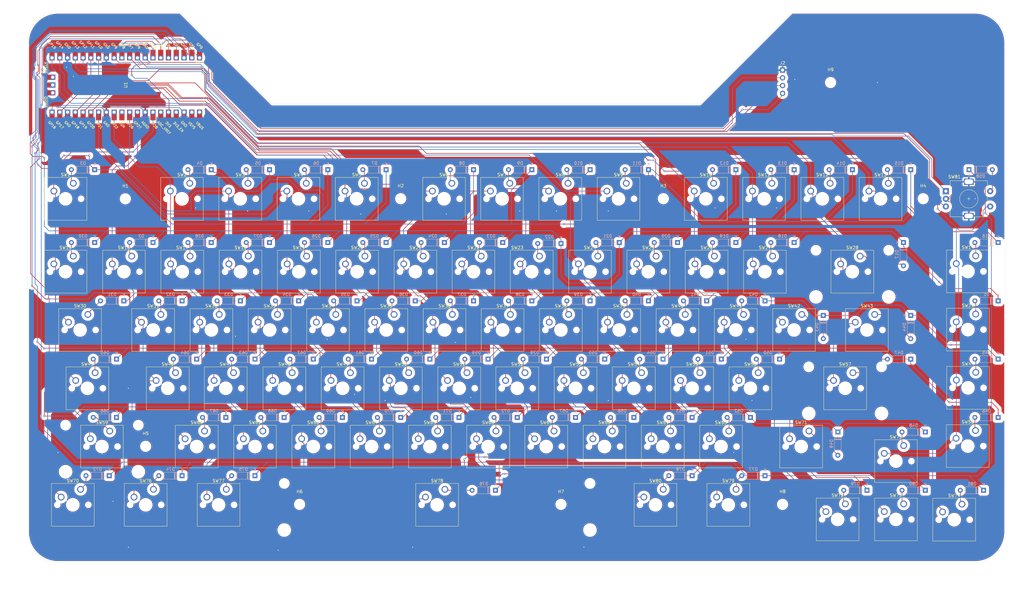
<source format=kicad_pcb>
(kicad_pcb (version 20241129) (generator "pcbnew") (generator_version "9.0")
  (layers (0 "F.Cu" signal) (2 "B.Cu" signal) (13 "F.Paste" user) (15 "B.Paste" user) (5 "F.SilkS" user "F.Silkscreen") (7 "B.SilkS" user "B.Silkscreen") (1 "F.Mask" user) (3 "B.Mask" user) (25 "Edge.Cuts" user))
  (net 0 "")
  (net 1 "ROW C")
  (net 2 "Net-(D40-A)")
  (net 3 "Net-(D41-A)")
  (net 4 "Net-(D42-A)")
  (net 5 "Net-(D43-A)")
  (net 6 "Net-(D44-A)")
  (net 7 "Net-(D45-A)")
  (net 8 "ROW D")
  (net 9 "Net-(D46-A)")
  (net 10 "Net-(D47-A)")
  (net 11 "Net-(D48-A)")
  (net 12 "ROW E")
  (net 13 "Net-(D49-A)")
  (net 14 "Net-(D50-A)")
  (net 15 "Net-(D51-A)")
  (net 16 "Net-(D52-A)")
  (net 17 "Net-(D53-A)")
  (net 18 "Net-(D54-A)")
  (net 19 "Net-(D55-A)")
  (net 20 "Net-(D56-A)")
  (net 21 "Net-(D57-A)")
  (net 22 "ROW F")
  (net 23 "Net-(D58-A)")
  (net 24 "Net-(D59-A)")
  (net 25 "Net-(D60-A)")
  (net 26 "Net-(D61-A)")
  (net 27 "Net-(D62-A)")
  (net 28 "Net-(D63-A)")
  (net 29 "Net-(D64-A)")
  (net 30 "Net-(D65-A)")
  (net 31 "Net-(D66-A)")
  (net 32 "Net-(D67-A)")
  (net 33 "Net-(D68-A)")
  (net 34 "Net-(D69-A)")
  (net 35 "Net-(D70-A)")
  (net 36 "Net-(D71-A)")
  (net 37 "Net-(D72-A)")
  (net 38 "Net-(D73-A)")
  (net 39 "Net-(D74-A)")
  (net 40 "Net-(D75-A)")
  (net 41 "Net-(D76-A)")
  (net 42 "Net-(D77-A)")
  (net 43 "Net-(D78-A)")
  (net 44 "Net-(D79-A)")
  (net 45 "Net-(D80-A)")
  (net 46 "Net-(D81-A)")
  (net 47 "COL 1")
  (net 48 "Net-(D3-A)")
  (net 49 "Net-(D4-A)")
  (net 50 "COL 3")
  (net 51 "COL 4")
  (net 52 "Net-(D5-A)")
  (net 53 "Net-(D6-A)")
  (net 54 "COL 5")
  (net 55 "Net-(D7-A)")
  (net 56 "COL 6")
  (net 57 "COL 7")
  (net 58 "Net-(D8-A)")
  (net 59 "Net-(D9-A)")
  (net 60 "COL 8")
  (net 61 "Net-(D10-A)")
  (net 62 "COL 9")
  (net 63 "COL 10")
  (net 64 "Net-(D11-A)")
  (net 65 "COL 11")
  (net 66 "Net-(D12-A)")
  (net 67 "COL 12")
  (net 68 "Net-(D13-A)")
  (net 69 "Net-(D14-A)")
  (net 70 "COL 13")
  (net 71 "Net-(D15-A)")
  (net 72 "COL 14")
  (net 73 "COL 15")
  (net 74 "Net-(D16-A)")
  (net 75 "Net-(D30-A)")
  (net 76 "Net-(D2-A)")
  (net 77 "COL 2")
  (net 78 "Net-(D28-A)")
  (net 79 "Net-(D27-A)")
  (net 80 "Net-(D26-A)")
  (net 81 "Net-(D25-A)")
  (net 82 "Net-(D24-A)")
  (net 83 "Net-(D23-A)")
  (net 84 "Net-(D22-A)")
  (net 85 "Net-(D21-A)")
  (net 86 "COL 16")
  (net 87 "Net-(D20-A)")
  (net 88 "Net-(D19-A)")
  (net 89 "Net-(D18-A)")
  (net 90 "Net-(D17-A)")
  (net 91 "Net-(D1-A)")
  (net 92 "Net-(D31-A)")
  (net 93 "Net-(D32-A)")
  (net 94 "Net-(D33-A)")
  (net 95 "Net-(D34-A)")
  (net 96 "Net-(D35-A)")
  (net 97 "Net-(D36-A)")
  (net 98 "Net-(D37-A)")
  (net 99 "Net-(D38-A)")
  (net 100 "Net-(D39-A)")
  (net 101 "Net-(D29-A)")
  (net 102 "ROW B")
  (net 103 "ROW A")
  (net 104 "GND")
  (net 105 "ENCODER B")
  (net 106 "ENCODER A")
  (net 108 "SCL")
  (net 112 "SDA")
  (net 116 "VBUS")
  (net 117 "3v3")
  (footprint "nimitpad_kb_footprint:SW_Cherry_MX_1.25u_PCB" (layer "F.Cu") (at 57.3605 176.066)
    (property "Reference" "SW70")
    (property "Value" "l.ctrl")
  )
  (footprint "MountingHole:MountingHole_3.2mm_M3" (layer "F.Cu") (at 129 181)
    (property "Reference" "H6")
    (property "Value" "MountingHole")
  )
  (footprint "nimitpad_kb_footprint:SW_Cherry_MX_1.00u_PCB" (layer "F.Cu") (at 107.388752 137.93)
    (property "Reference" "SW47")
    (property "Value" "s")
  )
  (footprint "nimitpad_kb_footprint:SW_Cherry_MX_1.25u_PCB" (layer "F.Cu") (at 81.1955 176.066)
    (property "Reference" "SW76")
    (property "Value" "win")
  )
  (footprint "nimitpad_kb_footprint:SW_Cherry_MX_1.00u_PCB" (layer "F.Cu") (at 302.5425 75.959)
    (property "Reference" "SW12")
    (property "Value" "f11")
  )
  (footprint "nimitpad_kb_footprint:SW_Cherry_MX_1.00u_PCB" (layer "F.Cu") (at 188.418 99.794)
    (property "Reference" "SW22")
    (property "Value" "7")
  )
  (footprint "nimitpad_kb_footprint:SW_Cherry_MX_1.00u_PCB" (layer "F.Cu") (at 264.4425 75.959)
    (property "Reference" "SW10")
    (property "Value" "f9")
  )
  (footprint "nimitpad_kb_footprint:SW_Cherry_MX_1.00u_PCB" (layer "F.Cu") (at 54.977 75.959)
    (property "Reference" "SW1")
    (property "Value" "esc")
  )
  (footprint "nimitpad_kb_footprint:SW_Cherry_MX_1.00u_PCB" (layer "F.Cu") (at 283.4925 75.959)
    (property "Reference" "SW11")
    (property "Value" "f10")
  )
  (footprint "nimitpad_kb_footprint:SW_Cherry_MX_1.00u_PCB" (layer "F.Cu") (at 197.7675 75.959)
    (property "Reference" "SW7")
    (property "Value" "f6")
  )
  (footprint "nimitpad_kb_footprint:SW_Cherry_MX_1.00u_PCB" (layer "F.Cu") (at 250.357 156.998)
    (property "Reference" "SW69")
    (property "Value" ".")
  )
  (footprint "MountingHole:MountingHole_3.2mm_M3" (layer "F.Cu") (at 214.515 181)
    (property "Reference" "H7")
    (property "Value" "MountingHole")
  )
  (footprint "MountingHole:MountingHole_3.2mm_M3" (layer "F.Cu") (at 78.6555 162)
    (property "Reference" "H5")
    (property "Value" "MountingHole")
  )
  (footprint "nimitpad_kb_footprint:SW_Cherry_MX_1.25u_PCB" (layer "F.Cu") (at 247.956 176.066)
    (property "Reference" "SW80")
    (property "Value" "fn")
  )
  (footprint "nimitpad_kb_footprint:SW_Cherry_MX_1.00u_PCB" (layer "F.Cu") (at 255.1605 118.862)
    (property "Reference" "SW40")
    (property "Value" "p")
  )
  (footprint "nimitpad_kb_footprint:SW_Cherry_MX_1.00u_PCB" (layer "F.Cu") (at 131.177 75.959)
    (property "Reference" "SW4")
    (property "Value" "f3")
  )
  (footprint "nimitpad_kb_footprint:SW_Cherry_MX_1.00u_PCB" (layer "F.Cu") (at 221.822 137.93)
    (property "Reference" "SW53")
    (property "Value" "k")
  )
  (footprint "nimitpad_kb_footprint:SW_Cherry_MX_1.00u_PCB" (layer "F.Cu") (at 54.977 99.794)
    (property "Reference" "SW15")
    (property "Value" "backtick")
  )
  (footprint "nimitpad_kb_footprint:SW_Cherry_MX_1.00u_PCB" (layer "F.Cu") (at 83.633 118.862)
    (property "Reference" "SW31")
    (property "Value" "q")
  )
  (footprint "nimitpad_kb_footprint:SW_Cherry_MX_1.00u_PCB" (layer "F.Cu") (at 231.289 156.998)
    (property "Reference" "SW68")
    (property "Value" ",")
  )
  (footprint "nimitpad_kb_footprint:SW_Cherry_MX_1.00u_PCB" (layer "F.Cu") (at 217.0245 118.862)
    (property "Reference" "SW38")
    (property "Value" "i")
  )
  (footprint "nimitpad_kb_footprint:SW_Cherry_MX_1.00u_PCB" (layer "F.Cu") (at 140.837 118.862)
    (property "Reference" "SW34")
    (property "Value" "r")
  )
  (footprint "Connector_PinHeader_2.54mm:PinHeader_1x04_P2.54mm_Vertical" (layer "F.Cu") (at 287 38.92)
    (property "Reference" "J2")
    (property "Value" "OLED_128x64")
  )
  (footprint "nimitpad_kb_footprint:SW_Cherry_MX_1.00u_PCB" (layer "F.Cu") (at 326.6115 180.833)
    (property "Reference" "SW73")
    (property "Value" "down")
  )
  (footprint "nimitpad_kb_footprint:SW_Cherry_MX_1.00u_PCB" (layer "F.Cu") (at 279.026 137.93)
    (property "Reference" "SW56")
    (property "Value" "'")
  )
  (footprint "nimitpad_kb_footprint:SW_Cherry_MX_1.00u_PCB" (layer "F.Cu") (at 212.221 156.998)
    (property "Reference" "SW67")
    (property "Value" "m")
  )
  (footprint "nimitpad_kb_footprint:SW_Cherry_MX_1.00u_PCB" (layer "F.Cu") (at 283.758 99.794)
    (property "Reference" "SW27")
    (property "Value" "=")
  )
  (footprint "nimitpad_kb_footprint:SW_Cherry_MX_1.00u_PCB" (layer "F.Cu") (at 216.8175 75.959)
    (property "Reference" "SW8")
    (property "Value" "f7")
  )
  (footprint "nimitpad_kb_footprint:SW_Cherry_MX_1.00u_PCB" (layer "F.Cu") (at 164.691752 137.93)
    (property "Reference" "SW50")
    (property "Value" "g")
  )
  (footprint "nimitpad_kb_footprint:SW_Cherry_MX_1.00u_PCB" (layer "F.Cu") (at 93.077 75.959)
    (property "Reference" "SW2")
    (property "Value" "f1")
  )
  (footprint "nimitpad_kb_footprint:SW_Cherry_MX_1.00u_PCB" (layer "F.Cu") (at 350.2025 137.795)
    (property "Reference" "SW44")
    (property "Value" "del")
  )
  (footprint "nimitpad_kb_footprint:SW_Cherry_MX_1.00u_PCB" (layer "F.Cu") (at 102.701 118.862)
    (property "Reference" "SW32")
    (property "Value" "w")
  )
  (footprint "nimitpad_kb_footprint:SW_Cherry_MX_1.00u_PCB" (layer "F.Cu") (at 150.227 75.959)
    (property "Reference" "SW5")
    (property "Value" "f4")
  )
  (footprint "nimitpad_kb_footprint:SW_Cherry_MX_1.25u_PCB" (layer "F.Cu") (at 105.0305 176.066)
    (property "Reference" "SW77")
    (property "Value" "l alt")
  )
  (footprint "nimitpad_kb_footprint:SW_Cherry_MX_1.00u_PCB" (layer "F.Cu") (at 202.743252 137.93)
    (property "Reference" "SW52")
    (property "Value" "j")
  )
  (footprint "MountingHole:MountingHole_3.2mm_M3" (layer "F.Cu") (at 162.078 81)
    (property "Reference" "H2")
    (property "Value" "MountingHole")
  )
  (footprint "nimitpad_kb_footprint:SW_Cherry_MX_1.00u_PCB" (layer "F.Cu") (at 350.172 118.745)
    (property "Reference" "SW29")
    (property "Value" "pg dn")
  )
  (footprint "nimitpad_kb_footprint:SW_Cherry_MX_1.00u_PCB" (layer "F.Cu") (at 136.0335 156.998)
    (property "Reference" "SW62")
    (property "Value" "c")
  )
  (footprint "nimitpad_kb_footprint:SW_Cherry_MX_1.00u_PCB" (layer "F.Cu") (at 326.6115 161.765)
    (property "Reference" "SW75")
    (property "Value" "up")
  )
  (footprint "nimitpad_kb_footprint:SW_Cherry_MX_1.00u_PCB" (layer "F.Cu") (at 88.419752 137.93)
    (property "Reference" "SW46")
    (property "Value" "a")
  )
  (footprint "nimitpad_kb_footprint:SW_Cherry_MX_1.50u_PCB" (layer "F.Cu") (at 59.744 118.862)
    (property "Reference" "SW30")
    (property "Value" "tab")
  )
  (footprint "nimitpad_kb_footprint:SW_Cherry_MX_2.25u_PCB" (layer "F.Cu") (at 66.8945 156.998)
    (property "Reference" "SW59")
    (property "Value" "shift")
  )
  (footprint "nimitpad_kb_footprint:SW_Cherry_MX_1.00u_PCB" (layer "F.Cu") (at 145.623752 137.93)
    (property "Reference" "SW49")
    (property "Value" "f")
  )
  (footprint "nimitpad_kb_footprint:SW_Cherry_MX_1.00u_PCB" (layer "F.Cu") (at 307.5435 180.833)
    (property "Reference" "SW72")
    (property "Value" "left")
  )
  (footprint "MountingHole:MountingHole_3.2mm_M3" (layer "F.Cu") (at 287 181)
    (property "Reference" "H8")
    (property "Value" "MountingHole")
  )
  (footprint "nimitpad_kb_footprint:SW_Cherry_MX_1.00u_PCB" (layer "F.Cu") (at 74.0945 99.794)
    (property "Reference" "SW16")
    (property "Value" "1")
  )
  (footprint "nimitpad_kb_footprint:SW_Cherry_MX_1.00u_PCB" (layer "F.Cu") (at 155.1015 156.998)
    (property "Reference" "SW64")
    (property "Value" "v")
  )
  (footprint "nimitpad_kb_footprint:SW_Cherry_MX_1.75u_PCB" (layer "F.Cu") (at 295.626 156.998)
    (property "Reference" "SW71")
    (property "Value" "r shift")
  )
  (footprint "nimitpad_kb_footprint:SW_Cherry_MX_1.00u_PCB" (layer "F.Cu") (at 178.802 75.959)
    (property "Reference" "SW6")
    (property "Value" "f5")
  )
  (footprint "nimitpad_kb_footprint:SW_Cherry_MX_1.00u_PCB" (layer "F.Cu") (at 174.1695 156.998)
    (property "Reference" "SW65")
    (property "Value" "b")
  )
  (footprint "nimitpad_kb_footprint:SW_Cherry_MX_1.00u_PCB" (layer "F.Cu") (at 264.69 99.794)
    (property "Reference" "SW26")
    (property "Value" "-")
  )
  (footprint "nimitpad_kb_footprint:SW_Cherry_MX_1.00u_PCB" (layer "F.Cu") (at 93.1625 99.794)
    (property "Reference" "SW17")
    (property "Value" "2")
  )
  (footprint "nimitpad_kb_footprint:SW_Cherry_MX_1.00u_PCB" (layer "F.Cu") (at 259.958 137.93)
    (property "Reference" "SW55")
    (property "Value" ";")
  )
  (footprint "nimitpad_kb_footprint:SW_Cherry_MX_1.00u_PCB" (layer "F.Cu") (at 293.2965 118.862)
    (property "Reference" "SW42")
    (property "Value" "]")
  )
  (footprint "Rotary_Encoder:RotaryEncoder_Alps_EC11E-Switch_Vertical_H20mm" (layer "F.Cu") (at 340.4125 78.539)
    (property "Reference" "SW81")
    (property "Value" "RotaryEncoder_Switch_MP")
  )
  (footprint "MountingHole:MountingHole_3.2mm_M3" (layer "F.Cu") (at 333 81)
    (property "Reference" "H4")
    (property "Value" "MountingHole")
  )
  (footprint "nimitpad_kb_footprint:SW_Cherry_MX_1.25u_PCB" (layer "F.Cu") (at 271.791 176.066)
    (property "Reference" "SW79")
    (property "Value" "r alt")
  )
  (footprint "nimitpad_kb_footprint:SW_Cherry_MX_1.00u_PCB" (layer "F.Cu") (at 112.127 75.959)
    (property "Reference" "SW3")
    (property "Value" "f2")
  )
  (footprint "nimitpad_kb_footprint:SW_Cherry_MX_1.00u_PCB" (layer "F.Cu") (at 236.0925 118.862)
    (property "Reference" "SW39")
    (property "Value" "o")
  )
  (footprint "nimitpad_kb_footprint:SW_Cherry_MX_1.00u_PCB" (layer "F.Cu") (at 131.2985 99.794)
    (property "Reference" "SW19")
    (property "Value" "4")
  )
  (footprint "nimitpad_kb_footprint:SW_Cherry_MX_2.25u_PCB" (layer "F.Cu") (at 310.0115 137.93)
    (property "Reference" "SW57")
    (property "Value" "enter")
  )
  (footprint "nimitpad_kb_footprint:SW_Cherry_MX_1.75u_PCB" (layer "F.Cu") (at 62.1275 137.93)
    (property "Reference" "SW45")
    (property "Value" "caps")
  )
  (footprint "nimitpad_kb_footprint:SW_Cherry_MX_1.00u_PCB" (layer "F.Cu") (at 235.8675 75.959)
    (property "Reference" "SW9")
    (property "Value" "f8")
  )
  (footprint "nimitpad_kb_footprint:SW_Cherry_MX_1.00u_PCB" (layer "F.Cu") (at 183.759752 137.93)
    (property "Reference" "SW51")
    (property "Value" "h")
  )
  (footprint "MountingHole:MountingHole_3.2mm_M3" (layer "F.Cu") (at 302.7045 43)
    (property "Reference" "H9")
    (property "Value" "MountingHole")
  )
  (footprint "MCU_RaspberryPi_and_Boards:RPi_Pico_SMD_TH" (layer "F.Cu") (at 72.15 43.81 -90)
    (property "Reference" "U1")
    (property "Value" "Pico")
  )
  (footprint "nimitpad_kb_footprint:SW_Cherry_MX_1.00u_PCB" (layer "F.Cu") (at 245.622 99.794)
    (property "Reference" "SW25")
    (property "Value" "0")
  )
  (footprint "nimitpad_kb_footprint:SW_Cherry_MX_1.00u_PCB" (layer "F.Cu") (at 240.879252 137.93)
    (property "Reference" "SW54")
    (property "Value" "l")
  )
  (footprint "nimitpad_kb_footprint:SW_Cherry_MX_1.50u_PCB" (layer "F.Cu") (at 317.1315 118.862)
    (property "Reference" "SW43")
    (property "Value" "\\ |")
  )
  (footprint "nimitpad_kb_footprint:SW_Cherry_MX_1.00u_PCB" (layer "F.Cu") (at 150.3665 99.794)
    (property "Reference" "SW20")
    (property "Value" "5")
  )
  (footprint "nimitpad_kb_footprint:SW_Cherry_MX_1.00u_PCB" (layer "F.Cu") (at 169.4345 99.794)
    (property "Reference" "SW21")
    (property "Value" "6")
  )
  (footprint "MountingHole:MountingHole_3.2mm_M3" (layer "F.Cu") (at 248 81)
    (property "Reference" "H3")
    (property "Value" "MountingHole")
  )
  (footprint "MountingHole:MountingHole_3.2mm_M3" (layer "F.Cu") (at 72 81.039)
    (property "Reference" "H1")
    (property "Value" "MountingHole")
  )
  (footprint "nimitpad_kb_footprint:SW_Cherry_MX_1.00u_PCB" (layer "F.Cu") (at 197.9565 118.862)
    (property "Reference" "SW37")
    (property "Value" "u")
  )
  (footprint "nimitpad_kb_footprint:SW_Cherry_MX_1.00u_PCB" (layer "F.Cu") (at 226.554 99.794)
    (property "Reference" "SW24")
    (property "Value" "9")
  )
  (footprint "nimitpad_kb_footprint:SW_Cherry_MX_1.00u_PCB" (layer "F.Cu") (at 274.2285 118.862)
    (property "Reference" "SW41")
    (property "Value" "[")
  )
  (footprint "nimitpad_kb_footprint:SW_Cherry_MX_1.00u_PCB" (layer "F.Cu") (at 178.973 118.862)
    (property "Reference" "SW36")
    (property "Value" "y")
  )
  (footprint "nimitpad_kb_footprint:SW_Cherry_MX_1.00u_PCB" (layer "F.Cu") (at 321.5925 75.959)
    (property "Reference" "SW13")
    (property "Value" "f12")
  )
  (footprint "nimitpad_kb_footprint:SW_Cherry_MX_1.00u_PCB" (layer "F.Cu") (at 350.1675 99.695)
    (property "Reference" "SW14")
    (property "Value" "pg up")
  )
  (footprint "nimitpad_kb_footprint:SW_Cherry_MX_1.00u_PCB" (layer "F.Cu") (at 269.4075 156.998)
    (property "Reference" "SW63")
    (property "Value" "/")
  )
  (footprint "nimitpad_kb_footprint:SW_Cherry_MX_1.00u_PCB" (layer "F.Cu") (at 97.8975 156.998)
    (property "Reference" "SW60")
    (property "Value" "z")
  )
  (footprint "nimitpad_kb_footprint:SW_Cherry_MX_1.00u_PCB" (layer "F.Cu") (at 121.769 118.862)
    (property "Reference" "SW33")
    (property "Value" "e")
  )
  (footprint "nimitpad_kb_footprint:SW_Cherry_MX_1.00u_PCB" (layer "F.Cu") (at 126.555752 137.93)
    (property "Reference" "SW48")
    (property "Value" "d")
  )
  (footprint "nimitpad_kb_footprint:SW_Cherry_MX_1.00u_PCB" (layer "F.Cu") (at 159.905 118.862)
    (property "Reference" "SW35")
    (property "Value" "t")
  )
  (footprint "nimitpad_kb_footprint:SW_Cherry_MX_1.00u_PCB" (layer "F.Cu") (at 345.6795 180.92)
    (property "Reference" "SW74")
    (property "Value" "right")
  )
  (footprint "nimitpad_kb_footprint:SW_Cherry_MX_1.00u_PCB" (layer "F.Cu") (at 350.118 156.845)
    (property "Reference" "SW58")
    (property "Value" "end")
  )
  (footprint "nimitpad_kb_footprint:SW_Cherry_MX_1.00u_PCB" (layer "F.Cu") (at 193.2375 156.998)
    (property "Reference" "SW66")
    (property "Value" "n")
  )
  (footprint "nimitpad_kb_footprint:SW_Cherry_MX_1.00u_PCB" (layer "F.Cu") (at 116.9655 156.998)
    (property "Reference" "SW61")
    (property "Value" "x")
  )
  (footprint "nimitpad_kb_footprint:SW_Cherry_MX_2.00u_PCB" (layer "F.Cu") (at 312.36 99.794)
    (property "Reference" "SW28")
    (property "Value" "backspace")
  )
  (footprint "nimitpad_kb_footprint:SW_Cherry_MX_6.25u_PCB" (layer "F.Cu") (at 176.5355 176.066)
    (property "Reference" "SW78")
    (property "Value" "s p a c e b a r")
  )
  (footprint "nimitpad_kb_footprint:SW_Cherry_MX_1.00u_PCB" (layer "F.Cu") (at 207.486 99.794)
    (property "Reference" "SW23")
    (property "Value" "8")
  )
  (footprint "nimitpad_kb_footprint:SW_Cherry_MX_1.00u_PCB" (layer "F.Cu") (at 112.2305 99.794)
    (property "Reference" "SW18")
    (property "Value" "3")
  )
  (footprint "Diode_THT:D_DO-35_SOD27_P7.62mm_Horizontal" (layer "B.Cu") (at 281.253 171.612 180)
    (property "Reference" "D77")
    (property "Value" "Diode")
  )
  (footprint "Diode_THT:D_DO-35_SOD27_P7.62mm_Horizontal" (layer "B.Cu") (at 90.573 114.408 180)
    (property "Reference" "D32")
    (property "Value" "Diode")
  )
  (footprint "Diode_THT:D_DO-35_SOD27_P7.62mm_Horizontal" (layer "B.Cu") (at 143.01 152.544 180)
    (property "Reference" "D69")
    (property "Value" "Diode")
  )
  (footprint "Diode_THT:D_DO-35_SOD27_P7.62mm_Horizontal" (layer "B.Cu") (at 185.913 71.505 180)
    (property "Reference" "D8")
    (property "Value" "Diode")
  )
  (footprint "Diode_THT:D_DO-35_SOD27_P7.62mm_Horizontal" (layer "B.Cu") (at 100.107 95.34 180)
    (property "Reference" "D28")
    (property "Value" "Diode")
  )
  (footprint "Diode_THT:D_DO-35_SOD27_P7.62mm_Horizontal" (layer "B.Cu") (at 233.583 95.34 180)
    (property "Reference" "D21")
    (property "Value" "Diode")
  )
  (footprint "Diode_THT:D_DO-35_SOD27_P7.62mm_Horizontal" (layer "B.Cu") (at 276.486 152.544 180)
    (property "Reference" "D52")
    (property "Value" "Diode")
  )
  (footprint "Diode_THT:D_DO-35_SOD27_P7.62mm_Horizontal" (layer "B.Cu") (at 81.039 95.34 180)
    (property "Reference" "D2")
    (property "Value" "Diode")
  )
  (footprint "Diode_THT:D_DO-35_SOD27_P7.62mm_Horizontal" (layer "B.Cu") (at 71.505 114.408 180)
    (property "Reference" "D31")
    (property "Value" "Diode")
  )
  (footprint "Diode_THT:D_DO-35_SOD27_P7.62mm_Horizontal" (layer "B.Cu") (at 95.34 133.476 180)
    (property "Reference" "D64")
    (property "Value" "Diode")
  )
  (footprint "Diode_THT:D_DO-35_SOD27_P7.62mm_Horizontal" (layer "B.Cu") (at 61.971 71.505 180)
    (property "Reference" "D3")
    (property "Value" "Diode")
  )
  (footprint "Diode_THT:D_DO-35_SOD27_P7.62mm_Horizontal" (layer "B.Cu") (at 243.117 114.408 180)
    (property "Reference" "D40")
    (property "Value" "Diode")
  )
  (footprint "Diode_THT:D_DO-35_SOD27_P7.62mm_Horizontal" (layer "B.Cu") (at 305.088 157.311 -90)
    (property "Reference" "D49")
    (property "Value" "Diode")
  )
  (footprint "Diode_THT:D_DO-35_SOD27_P7.62mm_Horizontal" (layer "B.Cu") (at 357.525 152.544 180)
    (property "Reference" "D46")
    (property "Value" "Diode")
  )
  (footprint "Diode_THT:D_DO-35_SOD27_P7.62mm_Horizontal" (layer "B.Cu") (at 119.175 95.34 180)
    (property "Reference" "D27")
    (property "Value" "Diode")
  )
  (footprint "Diode_THT:D_DO-35_SOD27_P7.62mm_Horizontal" (layer "B.Cu") (at 157.311 95.34 180)
    (property "Reference" "D25")
    (property "Value" "Diode")
  )
  (footprint "Diode_THT:D_DO-35_SOD27_P7.62mm_Horizontal" (layer "B.Cu") (at 328.923 71.505 180)
    (property "Reference" "D15")
    (property "Value" "Diode")
  )
  (footprint "Diode_THT:D_DO-35_SOD27_P7.62mm_Horizontal" (layer "B.Cu") (at 281.253 114.408 180)
    (property "Reference" "D42")
    (property "Value" "Diode")
  )
  (footprint "Diode_THT:D_DO-35_SOD27_P7.62mm_Horizontal" (layer "B.Cu") (at 347.991 71.505)
    (property "Reference" "D58")
    (property "Value" "Diode")
  )
  (footprint "Diode_THT:D_DO-35_SOD27_P7.62mm_Horizontal" (layer "B.Cu") (at 138.243 95.34 180)
    (property "Reference" "D26")
    (property "Value" "Diode")
  )
  (footprint "Diode_THT:D_DO-35_SOD27_P7.62mm_Horizontal" (layer "B.Cu") (at 352.758 176.379 180)
    (property "Reference" "D81")
    (property "Value" "Diode")
  )
  (footprint "Diode_THT:D_DO-35_SOD27_P7.62mm_Horizontal" (layer "B.Cu") (at 109.641 114.408 180)
    (property "Reference" "D33")
    (property "Value" "Diode")
  )
  (footprint "Diode_THT:D_DO-35_SOD27_P7.62mm_Horizontal" (layer "B.Cu") (at 204.981 71.505 180)
    (property "Reference" "D9")
    (property "Value" "Diode")
  )
  (footprint "Diode_THT:D_DO-35_SOD27_P7.62mm_Horizontal" (layer "B.Cu") (at 193.0635 176.379 180)
    (property "Reference" "D76")
    (property "Value" "Diode")
  )
  (footprint "Diode_THT:D_DO-35_SOD27_P7.62mm_Horizontal" (layer "B.Cu") (at 224.049 114.408 180)
    (property "Reference" "D39")
    (property "Value" "Diode")
  )
  (footprint "Diode_THT:D_DO-35_SOD27_P7.62mm_Horizontal" (layer "B.Cu") (at 66.738 171.612 180)
    (property "Reference" "D73")
    (property "Value" "Diode")
  )
  (footprint "Diode_THT:D_DO-35_SOD27_P7.62mm_Horizontal" (layer "B.Cu") (at 326.5395 95.34 -90)
    (property "Reference" "D17")
    (property "Value" "Diode")
  )
  (footprint "Diode_THT:D_DO-35_SOD27_P7.62mm_Horizontal" (layer "B.Cu") (at 357.525 95.34 180)
    (property "Reference" "D16")
    (property "Value" "Diode")
  )
  (footprint "Diode_THT:D_DO-35_SOD27_P7.62mm_Horizontal" (layer "B.Cu") (at 100.107 71.505 180)
    (property "Reference" "D4")
    (property "Value" "Diode")
  )
  (footprint "Diode_THT:D_DO-35_SOD27_P7.62mm_Horizontal" (layer "B.Cu") (at 328.923 119.175 -90)
    (property "Reference" "D44")
    (property "Value" "Diode")
  )
  (footprint "Diode_THT:D_DO-35_SOD27_P7.62mm_Horizontal" (layer "B.Cu") (at 119.175 71.505 180)
    (property "Reference" "D5")
    (property "Value" "Diode")
  )
  (footprint "Diode_THT:D_DO-35_SOD27_P7.62mm_Horizontal" (layer "B.Cu") (at 243.117 71.505 180)
    (property "Reference" "D11")
    (property "Value" "Diode")
  )
  (footprint "Diode_THT:D_DO-35_SOD27_P7.62mm_Horizontal" (layer "B.Cu") (at 204.981 114.408 180)
    (property "Reference" "D38")
    (property "Value" "Diode")
  )
  (footprint "Diode_THT:D_DO-35_SOD27_P7.62mm_Horizontal" (layer "B.Cu") (at 69.1215 133.476 180)
    (property "Reference" "D65")
    (property "Value" "Diode")
  )
  (footprint "Diode_THT:D_DO-35_SOD27_P7.62mm_Horizontal" (layer "B.Cu") (at 190.68 133.476 180)
    (property "Reference" "D59")
    (property "Value" "Diode")
  )
  (footprint "Diode_THT:D_DO-35_SOD27_P7.62mm_Horizontal" (layer "B.Cu") (at 209.748 133.476 180)
    (property "Reference" "D29")
    (property "Value" "Diode")
  )
  (footprint "Diode_THT:D_DO-35_SOD27_P7.62mm_Horizontal" (layer "B.Cu") (at 271.719 95.34 180)
    (property "Reference" "D19")
    (property "Value" "Diode")
  )
  (footprint "Diode_THT:D_DO-35_SOD27_P7.62mm_Horizontal" (layer "B.Cu") (at 181.146 152.544 180)
    (property "Reference" "D71")
    (property "Value" "Diode")
  )
  (footprint "Diode_THT:D_DO-35_SOD27_P7.62mm_Horizontal" (layer "B.Cu") (at 176.379 95.34 180)
    (property "Reference" "D24")
    (property "Value" "Diode")
  )
  (footprint "Diode_THT:D_DO-35_SOD27_P7.62mm_Horizontal" (layer "B.Cu") (at 257.418 152.544 180)
    (property "Reference" "D53")
    (property "Value" "Diode")
  )
  (footprint "Diode_THT:D_DO-35_SOD27_P7.62mm_Horizontal" (layer "B.Cu") (at 266.952 133.476 180)
    (property "Reference" "D51")
    (property "Value" "Diode")
  )
  (footprint "Diode_THT:D_DO-35_SOD27_P7.62mm_Horizontal" (layer "B.Cu") (at 309.855 71.505 180)
    (property "Reference" "D14")
    (property "Value" "Diode")
  )
  (footprint "Diode_THT:D_DO-35_SOD27_P7.62mm_Horizontal" (layer "B.Cu") (at 200.214 152.544 180)
    (property "Reference" "D72")
    (property "Value" "Diode")
  )
  (footprint "Diode_THT:D_DO-35_SOD27_P7.62mm_Horizontal" (layer "B.Cu") (at 157.311 71.505 180)
    (property "Reference" "D7")
    (property "Value" "Diode")
  )
  (footprint "Diode_THT:D_DO-35_SOD27_P7.62mm_Horizontal" (layer "B.Cu") (at 133.476 133.476 180)
    (property "Reference" "D62")
    (property "Value" "Diode")
  )
  (footprint "Diode_THT:D_DO-35_SOD27_P7.62mm_Horizontal" (layer "B.Cu") (at 114.408 133.476 180)
    (property "Reference" "D63")
    (property "Value" "Diode")
  )
  (footprint "Diode_THT:D_DO-35_SOD27_P7.62mm_Horizontal" (layer "B.Cu") (at 224.049 71.505 180)
    (property "Reference" "D10")
    (property "Value" "Diode")
  )
  (footprint "Diode_THT:D_DO-35_SOD27_P7.62mm_Horizontal" (layer "B.Cu") (at 290.787 71.505 180)
    (property "Reference" "D13")
    (property "Value" "Diode")
  )
  (footprint "Diode_THT:D_DO-35_SOD27_P7.62mm_Horizontal" (layer "B.Cu") (at 262.185 114.408 180)
    (property "Reference" "D41")
    (property "Value" "Diode")
  )
  (footprint "Diode_THT:D_DO-35_SOD27_P7.62mm_Horizontal" (layer "B.Cu") (at 357.525 114.408 180)
    (property "Reference" "D1")
    (property "Value" "Diode")
  )
  (footprint "Diode_THT:D_DO-35_SOD27_P7.62mm_Horizontal" (layer "B.Cu") (at 257.418 171.612 180)
    (property "Reference" "D78")
    (property "Value" "Diode")
  )
  (footprint "Diode_THT:D_DO-35_SOD27_P7.62mm_Horizontal" (layer "B.Cu") (at 128.709 114.408 180)
    (property "Reference" "D34")
    (property "Value" "Diode")
  )
  (footprint "Diode_THT:D_DO-35_SOD27_P7.62mm_Horizontal" (layer "B.Cu") (at 195.447 95.34 180)
    (property "Reference" "D23")
    (property "Value" "Diode")
  )
  (footprint "Diode_THT:D_DO-35_SOD27_P7.62mm_Horizontal" (layer "B.Cu") (at 185.913 114.408 180)
    (property "Reference" "D37")
    (property "Value" "Diode")
  )
  (footprint "Diode_THT:D_DO-35_SOD27_P7.62mm_Horizontal" (layer "B.Cu") (at 104.874 152.544 180)
    (property "Reference" "D67")
    (property "Value" "Diode")
  )
  (footprint "Diode_THT:D_DO-35_SOD27_P7.62mm_Horizontal" (layer "B.Cu") (at 228.816 133.476 180)
    (property "Reference" "D55")
    (property "Value" "Diode")
  )
  (footprint "Diode_THT:D_DO-35_SOD27_P7.62mm_Horizontal" (layer "B.Cu") (at 214.515 95.643 180)
    (property "Reference" "D22")
    (property "Value" "Diode")
  )
  (footprint "Diode_THT:D_DO-35_SOD27_P7.62mm_Horizontal" (layer "B.Cu") (at 90.573 171.612 180)
    (property "Reference" "D74")
    (property "Value" "Diode")
  )
  (footprint "Diode_THT:D_DO-35_SOD27_P7.62mm_Horizontal" (layer "B.Cu") (at 147.777 114.408 180)
    (property "Reference" "D35")
    (property "Value" "Diode")
  )
  (footprint "Diode_THT:D_DO-35_SOD27_P7.62mm_Horizontal" (layer "B.Cu") (at 328.923 133.476 180)
    (property "Reference" "D47")
    (property "Value" "Diode")
  )
  (footprint "Diode_THT:D_DO-35_SOD27_P7.62mm_Horizontal" (layer "B.Cu") (at 152.544 133.476 180)
    (property "Reference" "D61")
    (property "Value" "Diode")
  )
  (footprint "Diode_THT:D_DO-35_SOD27_P7.62mm_Horizontal" (layer "B.Cu") (at 61.971 95.34 180)
    (property "Reference" "D30")
    (property "Value" "Diode")
  )
  (footprint "Diode_THT:D_DO-35_SOD27_P7.62mm_Horizontal" (layer "B.Cu") (at 166.845 114.408 180)
    (property "Reference" "D36")
    (property "Value" "Diode")
  )
  (footprint "Diode_THT:D_DO-35_SOD27_P7.62mm_Horizontal" (layer "B.Cu") (at 247.884 133.476 180)
    (property "Reference" "D54")
    (property "Value" "Diode")
  )
  (footprint "Diode_THT:D_DO-35_SOD27_P7.62mm_Horizontal" (layer "B.Cu") (at 271.719 71.505 180)
    (property "Reference" "D12")
    (property "Value" "Diode")
  )
  (footprint "Diode_THT:D_DO-35_SOD27_P7.62mm_Horizontal" (layer "B.Cu") (at 238.35 152.544 180)
    (property "Reference" "D56")
    (property "Value" "Diode")
  )
  (footprint "Diode_THT:D_DO-35_SOD27_P7.62mm_Horizontal" (layer "B.Cu") (at 123.942 152.544 180)
    (property "Reference" "D68")
    (property "Value" "Diode")
  )
  (footprint "Diode_THT:D_DO-35_SOD27_P7.62mm_Horizontal" (layer "B.Cu") (at 138.243 71.505 180)
    (property "Reference" "D6")
    (property "Value" "Diode")
  )
  (footprint "Diode_THT:D_DO-35_SOD27_P7.62mm_Horizontal" (layer "B.Cu") (at 314.622 176.379 180)
    (property "Reference" "D79")
    (property "Value" "Diode")
  )
  (footprint "Diode_THT:D_DO-35_SOD27_P7.62mm_Horizontal" (layer "B.Cu") (at 219.282 152.544 180)
    (property "Reference" "D57")
    (property "Value" "Diode")
  )
  (footprint "Diode_THT:D_DO-35_SOD27_P7.62mm_Horizontal" (layer "B.Cu") (at 357.525 133.476 180)
    (property "Reference" "D45")
    (property "Value" "Diode")
  )
  (footprint "Diode_THT:D_DO-35_SOD27_P7.62mm_Horizontal" (layer "B.Cu") (at 114.408 171.612 180)
    (property "Reference" "D75")
    (property "Value" "Diode")
  )
  (footprint "Diode_THT:D_DO-35_SOD27_P7.62mm_Horizontal" (layer "B.Cu") (at 333.69 157.311 180)
    (property "Reference" "D48")
    (property "Value" "Diode")
  )
  (footprint "Diode_THT:D_DO-35_SOD27_P7.62mm_Horizontal" (layer "B.Cu") (at 333.69 176.379 180)
    (property "Reference" "D80")
    (property "Value" "Diode")
  )
  (footprint "Diode_THT:D_DO-35_SOD27_P7.62mm_Horizontal" (layer "B.Cu") (at 162.078 152.544 180)
    (property "Reference" "D70")
    (property "Value" "Diode")
  )
  (footprint "Diode_THT:D_DO-35_SOD27_P7.62mm_Horizontal" (layer "B.Cu") (at 290.787 95.34 180)
    (property "Reference" "D18")
    (property "Value" "Diode")
  )
  (footprint "Diode_THT:D_DO-35_SOD27_P7.62mm_Horizontal" (layer "B.Cu") (at 286.02 133.476 180)
    (property "Reference" "D50")
    (property "Value" "Diode")
  )
  (footprint "Diode_THT:D_DO-35_SOD27_P7.62mm_Horizontal" (layer "B.Cu") (at 69.1215 152.544 180)
    (property "Reference" "D66")
    (property "Value" "Diode")
  )
  (footprint "Diode_THT:D_DO-35_SOD27_P7.62mm_Horizontal" (layer "B.Cu") (at 252.651 95.34 180)
    (property "Reference" "D20")
    (property "Value" "Diode")
  )
  (footprint "Diode_THT:D_DO-35_SOD27_P7.62mm_Horizontal" (layer "B.Cu") (at 171.612 133.476 180)
    (property "Reference" "D60")
    (property "Value" "Diode")
  )
  (footprint "Diode_THT:D_DO-35_SOD27_P7.62mm_Horizontal" (layer "B.Cu") (at 300.321 119.175 -90)
    (property "Reference" "D43")
    (property "Value" "Diode")
  )
  (gr_line (start 260 50) (end 290 20) (stroke (width 0.05)) (layer "Edge.Cuts"))
  (gr_line (start 261 30) (end 261 30) (stroke (width 0.05)) (layer "Edge.Cuts"))
  (gr_arc (start 350 20) (mid 357.071068 22.928932) (end 360 30) (stroke (width 0.05)) (layer "Edge.Cuts"))
  (gr_line (start 360 30) (end 360 190) (stroke (width 0.05)) (layer "Edge.Cuts"))
  (gr_arc (start 360 190) (mid 357.071068 197.071068) (end 350 200) (stroke (width 0.05)) (layer "Edge.Cuts"))
  (gr_line (start 120 50) (end 260 50) (stroke (width 0.05)) (layer "Edge.Cuts"))
  (gr_line (start 350 200) (end 50 200) (stroke (width 0.05)) (layer "Edge.Cuts"))
  (gr_line (start 50 20) (end 90 20) (stroke (width 0.05)) (layer "Edge.Cuts"))
  (gr_line (start 350 20) (end 290 20) (stroke (width 0.05)) (layer "Edge.Cuts"))
  (gr_line (start 90 20) (end 120 50) (stroke (width 0.05)) (layer "Edge.Cuts"))
  (gr_arc (start 50 200) (mid 42.928932 197.071068) (end 40 190) (stroke (width 0.05)) (layer "Edge.Cuts"))
  (gr_line (start 40 190) (end 40 30) (stroke (width 0.05)) (layer "Edge.Cuts"))
  (gr_arc (start 40 30) (mid 42.928932 22.928932) (end 50 20) (stroke (width 0.05)) (layer "Edge.Cuts"))
  (gr_line (start 360 210) (end 360 210) (stroke (width 0.05)) (layer "Edge.Cuts"))
  (segment (start 342.1 128.8) (end 352.849 128.8) (width 0.2) (layer "F.Cu") (net 1))
  (segment (start 352.849 128.8) (end 357.525 133.476) (width 0.2) (layer "F.Cu") (net 1))
  (segment (start 41.5 109.5) (end 45.8 113.8) (width 0.2) (layer "F.Cu") (net 1))
  (segment (start 41.5 63.9) (end 42.9 62.5) (width 0.2) (layer "F.Cu") (net 1))
  (segment (start 45.8 113.8) (end 46.5 113.8) (width 0.2) (layer "F.Cu") (net 1))
  (segment (start 42.9 62.5) (end 42.9 62) (width 0.2) (layer "F.Cu") (net 1))
  (via (at 46.5 113.8) (size 0.6) (drill 0.3) (layers "F.Cu" "B.Cu") (net 1))
  (via (at 42.9 62) (size 0.6) (drill 0.3) (layers "F.Cu" "B.Cu") (net 1))
  (via (at 41.5 63.9) (size 0.6) (drill 0.3) (layers "F.Cu" "B.Cu") (net 1))
  (via (at 41.5 109.5) (size 0.6) (drill 0.3) (layers "F.Cu" "B.Cu") (net 1))
  (via (at 342.1 128.8) (size 0.6) (drill 0.3) (layers "F.Cu" "B.Cu") (net 1))
  (segment (start 131.5 111.8) (end 151.2 111.8) (width 0.2) (layer "B.Cu") (net 1))
  (segment (start 264.793 111.8) (end 264.9 111.8) (width 0.2) (layer "B.Cu") (net 1))
  (segment (start 298.4 119.2) (end 301.6 119.2) (width 0.2) (layer "B.Cu") (net 1))
  (segment (start 151.2 111.8) (end 171.4 111.8) (width 0.2) (layer "B.Cu") (net 1))
  (segment (start 46.5 113.8) (end 59.9 113.8) (width 0.2) (layer "B.Cu") (net 1))
  (segment (start 47.4 27.2) (end 42.5 32.1) (width 0.2) (layer "B.Cu") (net 1))
  (segment (start 112.7 111.8) (end 131.5 111.8) (width 0.2) (layer "B.Cu") (net 1))
  (segment (start 328.923 119.175) (end 331.275 119.175) (width 0.2) (layer "B.Cu") (net 1))
  (segment (start 310.925 119.175) (end 314.3 115.8) (width 0.2) (layer "B.Cu") (net 1))
  (segment (start 314.3 115.8) (end 325.548 115.8) (width 0.2) (layer "B.Cu") (net 1))
  (segment (start 112.249 111.8) (end 112.7 111.8) (width 0.2) (layer "B.Cu") (net 1))
  (segment (start 243.117 114.083) (end 245.4 111.8) (width 0.2) (layer "B.Cu") (net 1))
  (segment (start 204.981 114.408) (end 205.392 114.408) (width 0.2) (layer "B.Cu") (net 1))
  (segment (start 166.845 114.408) (end 168.792 114.408) (width 0.2) (layer "B.Cu") (net 1))
  (segment (start 88.66 31.16) (end 84.7 27.2) (width 0.2) (layer "B.Cu") (net 1))
  (segment (start 185.913 113.087) (end 187.2 111.8) (width 0.2) (layer "B.Cu") (net 1))
  (segment (start 296.6 117.4) (end 298.4 119.2) (width 0.2) (layer "B.Cu") (net 1))
  (segment (start 224.049 114.408) (end 224.049 113.551) (width 0.2) (layer "B.Cu") (net 1))
  (segment (start 42.5 32.1) (end 42.5 37.450057) (width 0.2) (layer "B.Cu") (net 1))
  (segment (start 42.2 39.452057) (end 42.2 40.7) (width 0.2) (layer "B.Cu") (net 1))
  (segment (start 42.5 37.450057) (end 42.199 37.751057) (width 0.2) (layer "B.Cu") (net 1))
  (segment (start 334.8 122.7) (end 340.9 128.8) (width 0.2) (layer "B.Cu") (net 1))
  (segment (start 225.8 111.8) (end 245.4 111.8) (width 0.2) (layer "B.Cu") (net 1))
  (segment (start 278.645 111.8) (end 281.253 114.408) (width 0.2) (layer "B.Cu") (net 1))
  (segment (start 205.392 114.408) (end 208 111.8) (width 0.2) (layer "B.Cu") (net 1))
  (segment (start 72.592 114.408) (end 75.2 111.8) (width 0.2) (layer "B.Cu") (net 1))
  (segment (start 88.66 34.92) (end 88.66 31.16) (width 0.2) (layer "B.Cu") (net 1))
  (segment (start 42.2 40.7) (end 43.6 42.1) (width 0.2) (layer "B.Cu") (net 1))
  (segment (start 262.185 114.408) (end 264.793 111.8) (width 0.2) (layer "B.Cu") (net 1))
  (segment (start 42.199 39.451057) (end 42.2 39.452057) (width 0.2) (layer "B.Cu") (net 1))
  (segment (start 185.913 114.408) (end 185.913 113.087) (width 0.2) (layer "B.Cu") (net 1))
  (segment (start 224.049 113.551) (end 225.8 111.8) (width 0.2) (layer "B.Cu") (net 1))
  (segment (start 147.777 114.408) (end 148.592 114.408) (width 0.2) (layer "B.Cu") (net 1))
  (segment (start 168.792 114.408) (end 171.4 111.8) (width 0.2) (layer "B.Cu") (net 1))
  (segment (start 41.5 109.5) (end 41.5 63.9) (width 0.2) (layer "B.Cu") (net 1))
  (segment (start 325.548 115.8) (end 328.923 119.175) (width 0.2) (layer "B.Cu") (net 1))
  (segment (start 61.9 111.8) (end 75.2 111.8) (width 0.2) (layer "B.Cu") (net 1))
  (segment (start 264.9 111.8) (end 278.645 111.8) (width 0.2) (layer "B.Cu") (net 1))
  (segment (start 243.117 114.408) (end 243.117 114.083) (width 0.2) (layer "B.Cu") (net 1))
  (segment (start 171.4 111.8) (end 187.2 111.8) (width 0.2) (layer "B.Cu") (net 1))
  (segment (start 84.7 27.2) (end 47.4 27.2) (width 0.2) (layer "B.Cu") (net 1))
  (segment (start 148.592 114.408) (end 151.2 111.8) (width 0.2) (layer "B.Cu") (net 1))
  (segment (start 208 111.8) (end 225.8 111.8) (width 0.2) (layer "B.Cu") (net 1))
  (segment (start 42.199 37.751057) (end 42.199 39.451057) (width 0.2) (layer "B.Cu") (net 1))
  (segment (start 128.892 114.408) (end 131.5 111.8) (width 0.2) (layer "B.Cu") (net 1))
  (segment (start 293.608 114.408) (end 296.6 117.4) (width 0.2) (layer "B.Cu") (net 1))
  (segment (start 59.9 113.8) (end 61.9 111.8) (width 0.2) (layer "B.Cu") (net 1))
  (segment (start 128.709 114.408) (end 128.892 114.408) (width 0.2) (layer "B.Cu") (net 1))
  (segment (start 71.505 114.408) (end 72.592 114.408) (width 0.2) (layer "B.Cu") (net 1))
  (segment (start 43.6 61.3) (end 42.9 62) (width 0.2) (layer "B.Cu") (net 1))
  (segment (start 109.641 114.408) (end 112.249 111.8) (width 0.2) (layer "B.Cu") (net 1))
  (segment (start 90.573 114.408) (end 93.181 111.8) (width 0.2) (layer "B.Cu") (net 1))
  (segment (start 331.275 119.175) (end 334.8 122.7) (width 0.2) (layer "B.Cu") (net 1))
  (segment (start 43.6 42.1) (end 43.6 61.3) (width 0.2) (layer "B.Cu") (net 1))
  (segment (start 245.4 111.8) (end 264.9 111.8) (width 0.2) (layer "B.Cu") (net 1))
  (segment (start 75.2 111.8) (end 93.7 111.8) (width 0.2) (layer "B.Cu") (net 1))
  (segment (start 93.181 111.8) (end 93.7 111.8) (width 0.2) (layer "B.Cu") (net 1))
  (segment (start 340.9 128.8) (end 342.1 128.8) (width 0.2) (layer "B.Cu") (net 1))
  (segment (start 300.321 119.175) (end 310.925 119.175) (width 0.2) (layer "B.Cu") (net 1))
  (segment (start 41.5 63.8) (end 41.5 63.9) (width 0.2) (layer "B.Cu") (net 1))
  (segment (start 281.253 114.408) (end 293.608 114.408) (width 0.2) (layer "B.Cu") (net 1))
  (segment (start 187.2 111.8) (end 208 111.8) (width 0.2) (layer "B.Cu") (net 1))
  (segment (start 93.7 111.8) (end 112.7 111.8) (width 0.2) (layer "B.Cu") (net 1))
  (segment (start 236.123 118.862) (end 236.123 115.034) (width 0.2) (layer "F.Cu") (net 2))
  (segment (start 236.123 115.034) (end 235.497 114.408) (width 0.2) (layer "F.Cu") (net 2))
  (segment (start 255.191 115.034) (end 254.565 114.408) (width 0.2) (layer "F.Cu") (net 3))
  (segment (start 255.191 118.862) (end 255.191 115.034) (width 0.2) (layer "F.Cu") (net 3))
  (segment (start 274.259 118.862) (end 273.633 118.236) (width 0.2) (layer "F.Cu") (net 4))
  (segment (start 273.633 118.236) (end 273.633 114.408) (width 0.2) (layer "F.Cu") (net 4))
  (segment (start 300.321 125.121) (end 300.321 126.795) (width 0.2) (layer "F.Cu") (net 5))
  (segment (start 294.062 118.862) (end 300.321 125.121) (width 0.2) (layer "F.Cu") (net 5))
  (segment (start 293.327 118.862) (end 294.062 118.862) (width 0.2) (layer "F.Cu") (net 5))
  (segment (start 317.162 118.862) (end 320.99 118.862) (width 0.2) (layer "F.Cu") (net 6))
  (segment (start 320.99 118.862) (end 328.923 126.795) (width 0.2) (layer "F.Cu") (net 6))
  (segment (start 350.2025 137.795) (end 350.2025 133.7735) (width 0.2) (layer "F.Cu") (net 7))
  (segment (start 350.2025 133.7735) (end 349.905 133.476) (width 0.2) (layer "F.Cu") (net 7))
  (segment (start 45.4 130) (end 43.2 127.8) (width 0.2) (layer "F.Cu") (net 8))
  (segment (start 43.599 37.399) (end 43.599 39.301) (width 0.2) (layer "F.Cu") (net 8))
  (segment (start 341.5 147.6) (end 355.4 147.6) (width 0.2) (layer "F.Cu") (net 8))
  (segment (start 355.4 147.6) (end 357.525 149.725) (width 0.2) (layer "F.Cu") (net 8))
  (segment (start 43.4 63) (end 43.4 65.2) (width 0.2) (layer "F.Cu") (net 8))
  (segment (start 43.599 39.301) (end 43 39.9) (width 0.2) (layer "F.Cu") (net 8))
  (segment (start 43.4 65.2) (end 42.5 66.1) (width 0.2) (layer "F.Cu") (net 8))
  (segment (start 43.4 37.2) (end 43.599 37.399) (width 0.2) (layer "F.Cu") (net 8))
  (segment (start 357.525 149.725) (end 357.525 152.544) (width 0.2) (layer "F.Cu") (net 8))
  (via (at 42.5 66.1) (size 0.6) (drill 0.3) (layers "F.Cu" "B.Cu") (net 8))
  (via (at 341.5 147.6) (size 0.6) (drill 0.3) (layers "F.Cu" "B.Cu") (net 8))
  (via (at 43.2 127.8) (size 0.6) (drill 0.3) (layers "F.Cu" "B.Cu") (net 8))
  (via (at 43.4 37.2) (size 0.6) (drill 0.3) (layers "F.Cu" "B.Cu") (net 8))
  (via (at 45.4 130) (size 0.6) (drill 0.3) (layers "F.Cu" "B.Cu") (net 8))
  (via (at 43 39.9) (size 0.6) (drill 0.3) (layers "F.Cu" "B.Cu") (net 8))
  (via (at 43.4 63) (size 0.6) (drill 0.3) (layers "F.Cu" "B.Cu") (net 8))
  (segment (start 328.923 135.023) (end 341.5 147.6) (width 0.2) (layer "B.Cu") (net 8))
  (segment (start 75.2 129.9) (end 45.5 129.9) (width 0.2) (layer "B.Cu") (net 8))
  (segment (start 72.6975 129.9) (end 69.1215 133.476) (width 0.2) (layer "B.Cu") (net 8))
  (segment (start 86.12 34.92) (end 86.12 29.72) (width 0.2) (layer "B.Cu") (net 8))
  (segment (start 44.099 41.399) (end 44.099 50.5) (width 0.2) (layer "B.Cu") (net 8))
  (segment (start 270.528 129.9) (end 266.952 133.476) (width 0.2) (layer "B.Cu") (net 8))
  (segment (start 44.099 50.5) (end 44.099 62.301) (width 0.2) (layer "B.Cu") (net 8))
  (segment (start 195.4 129.9) (end 176.5 129.9) (width 0.2) (layer "B.Cu") (net 8))
  (segment (start 217.4 129.9) (end 195.4 129.9) (width 0.2) (layer "B.Cu") (net 8))
  (segment (start 120.1 129.9) (end 100.4 129.9) (width 0.2) (layer "B.Cu") (net 8))
  (segment (start 44.5 31.5329) (end 43.4 32.6329) (width 0.2) (layer "B.Cu") (net 8))
  (segment (start 120.1 129.9) (end 117.984 129.9) (width 0.2) (layer "B.Cu") (net 8))
  (segment (start 98.916 129.9) (end 95.34 133.476) (width 0.2) (layer "B.Cu") (net 8))
  (segment (start 289.8 129.9) (end 270.528 129.9) (width 0.2) (layer "B.Cu") (net 8))
  (segment (start 100.4 129.9) (end 98.916 129.9) (width 0.2) (layer "B.Cu") (net 8))
  (segment (start 157.7 129.9) (end 137.6 129.9) (width 0.2) (layer "B.Cu") (net 8))
  (segment (start 213.324 129.9) (end 209.748 133.476) (width 0.2) (layer "B.Cu") (net 8))
  (segment (start 217.4 129.9) (end 213.324 129.9) (width 0.2) (layer "B.Cu") (net 8))
  (segment (start 328.923 133.476) (end 328.923 135.023) (width 0.2) (layer "B.Cu") (net 8))
  (segment (start 46.5 28.7) (end 45.6 29.6) (width 0.2) (layer "B.Cu") (net 8))
  (segment (start 117.984 129.9) (end 114.408 133.476) (width 0.2) (layer "B.Cu") (net 8))
  (segment (start 75.2 129.9) (end 72.6975 129.9) (width 0.2) (layer "B.Cu") (net 8))
  (segment (start 195.4 129.9) (end 194.256 129.9) (width 0.2) (layer "B.Cu") (net 8))
  (segment (start 194.256 129.9) (end 190.68 133.476) (width 0.2) (layer "B.Cu") (net 8))
  (segment (start 137.6 129.9) (end 137.052 129.9) (width 0.2) (layer "B.Cu") (net 8))
  (segment (start 43.4 32.6329) (end 43.4 37.2) (width 0.2) (layer "B.Cu") (net 8))
  (segment (start 236.5 129.9) (end 232.392 129.9) (width 0.2) (layer "B.Cu") (net 8))
  (segment (start 252 129.9) (end 251.46 129.9) (width 0.2) (layer "B.Cu") (net 8))
  (segment (start 45.6 29.6) (end 44.5 30.7) (width 0.2) (layer "B.Cu") (net 8))
  (segment (start 42.5 66.1) (end 42.5 108.9) (width 0.2) (layer "B.Cu") (net 8))
  (segment (start 44.099 62.301) (end 43.4 63) (width 0.2) (layer "B.Cu") (net 8))
  (segment (start 43.2 109.6) (end 43.2 127.8) (width 0.2) (layer "B.Cu") (net 8))
  (segment (start 42.5 108.9) (end 43.2 109.6) (width 0.2) (layer "B.Cu") (net 8))
  (segment (start 43 40.3) (end 44.099 41.399) (width 0.2) (layer "B.Cu") (net 8))
  (segment (start 319.8 129.9) (end 289.8 129.9) (width 0.2) (layer "B.Cu") (net 8))
  (segment (start 156.12 129.9) (end 152.544 133.476) (width 0.2) (layer "B.Cu") (net 8))
  (segment (start 86.12 29.72) (end 85.1 28.7) (width 0.2) (layer "B.Cu") (net 8))
  (segment (start 137.6 129.9) (end 120.1 129.9) (width 0.2) (layer "B.Cu") (net 8))
  (segment (start 100.4 129.9) (end 75.2 129.9) (width 0.2) (layer "B.Cu") (net 8))
  (segment (start 85.1 28.7) (end 46.5 28.7) (width 0.2) (layer "B.Cu") (net 8))
  (segment (start 323.376 133.476) (end 319.8 129.9) (width 0.2) (layer "B.Cu") (net 8))
  (segment (start 137.052 129.9) (end 133.476 133.476) (width 0.2) (layer "B.Cu") (net 8))
  (segment (start 270.528 129.9) (end 252 129.9) (width 0.2) (layer "B.Cu") (net 8))
  (segment (start 44.5 30.7) (end 44.5 31.5329) (width 0.2) (layer "B.Cu") (net 8))
  (segment (start 252 129.9) (end 236.5 129.9) (width 0.2) (layer "B.Cu") (net 8))
  (segment (start 45.5 129.9) (end 45.4 130) (width 0.2) (layer "B.Cu") (net 8))
  (segment (start 157.7 129.9) (end 156.12 129.9) (width 0.2) (layer "B.Cu") (net 8))
  (segment (start 289.596 129.9) (end 286.02 133.476) (width 0.2) (layer "B.Cu") (net 8))
  (segment (start 176.5 129.9) (end 175.188 129.9) (width 0.2) (layer "B.Cu") (net 8))
  (segment (start 328.923 133.476) (end 323.376 133.476) (width 0.2) (layer "B.Cu") (net 8))
  (segment (start 176.5 129.9) (end 157.7 129.9) (width 0.2) (layer "B.Cu") (net 8))
  (segment (start 251.46 129.9) (end 247.884 133.476) (width 0.2) (layer "B.Cu") (net 8))
  (segment (start 175.188 129.9) (end 171.612 133.476) (width 0.2) (layer "B.Cu") (net 8))
  (segment (start 43 39.9) (end 43 40.3) (width 0.2) (layer "B.Cu") (net 8))
  (segment (start 236.5 129.9) (end 217.4 129.9) (width 0.2) (layer "B.Cu") (net 8))
  (segment (start 289.8 129.9) (end 289.596 129.9) (width 0.2) (layer "B.Cu") (net 8))
  (segment (start 232.392 129.9) (end 228.816 133.476) (width 0.2) (layer "B.Cu") (net 8))
  (segment (start 350.2025 156.845) (end 349.905 156.5475) (width 0.2) (layer "F.Cu") (net 9))
  (segment (start 349.905 156.5475) (end 349.905 152.544) (width 0.2) (layer "F.Cu") (net 9))
  (segment (start 321.303 133.476) (end 317.724 133.476) (width 0.2) (layer "F.Cu") (net 10))
  (segment (start 317.724 133.476) (end 313.27 137.93) (width 0.2) (layer "F.Cu") (net 10))
  (segment (start 313.27 137.93) (end 310.0115 137.93) (width 0.2) (layer "F.Cu") (net 10))
  (segment (start 326.696 161.765) (end 326.07 161.139) (width 0.2) (layer "F.Cu") (net 11))
  (segment (start 326.07 161.139) (end 326.07 157.311) (width 0.2) (layer "F.Cu") (net 11))
  (segment (start 83.58 34.92) (end 83.58 30.48) (width 0.2) (layer "F.Cu") (net 12))
  (segment (start 46.9 111.4) (end 46.9 113.350057) (width 0.2) (layer "F.Cu") (net 12))
  (segment (start 83.58 30.48) (end 81.1 28) (width 0.2) (layer "F.Cu") (net 12))
  (segment (start 42.65 41.15) (end 42.65 60.55) (width 0.2) (layer "F.Cu") (net 12))
  (segment (start 46.9 113.350057) (end 47.101 113.551057) (width 0.2) (layer "F.Cu") (net 12))
  (segment (start 45.5 144.3) (end 45.5 152.1) (width 0.2) (layer "F.Cu") (net 12))
  (segment (start 47.101 142.699) (end 45.5 144.3) (width 0.2) (layer "F.Cu") (net 12))
  (segment (start 81.1 28) (end 47.4 28) (width 0.2) (layer "F.Cu") (net 12))
  (segment (start 41 105.5) (end 46.9 111.4) (width 0.2) (layer "F.Cu") (net 12))
  (segment (start 41 70.7) (end 41 105.5) (width 0.2) (layer "F.Cu") (net 12))
  (segment (start 44 31.4) (end 44 39.8) (width 0.2) (layer "F.Cu") (net 12))
  (segment (start 47.4 28) (end 44 31.4) (width 0.2) (layer "F.Cu") (net 12))
  (segment (start 44 67.9) (end 43.8 67.9) (width 0.2) (layer "F.Cu") (net 12))
  (segment (start 47.101 113.551057) (end 47.101 142.699) (width 0.2) (layer "F.Cu") (net 12))
  (segment (start 42.65 60.55) (end 42.7 60.6) (width 0.2) (layer "F.Cu") (net 12))
  (segment (start 43.8 67.9) (end 41 70.7) (width 0.2) (layer "F.Cu") (net 12))
  (segment (start 44 39.8) (end 42.65 41.15) (width 0.2) (layer "F.Cu") (net 12))
  (via (at 45.5 152.1) (size 0.6) (drill 0.3) (layers "F.Cu" "B.Cu") (net 12))
  (via (at 42.7 60.6) (size 0.6) (drill 0.3) (layers "F.Cu" "B.Cu") (net 12))
  (via (at 43.8 67.9) (size 0.6) (drill 0.3) (layers "F.Cu" "B.Cu") (net 12))
  (segment (start 166.2 149.1) (end 184.2 149.1) (width 0.2) (layer "B.Cu") (net 12))
  (segment (start 222.5 149.326) (end 219.282 152.544) (width 0.2) (layer "B.Cu") (net 12))
  (segment (start 72.1 149.1) (end 106.7 149.1) (width 0.2) (layer "B.Cu") (net 12))
  (segment (start 143.01 151.69) (end 145.6 149.1) (width 0.2) (layer "B.Cu") (net 12))
  (segment (start 145.6 149.1) (end 166.2 149.1) (width 0.2) (layer "B.Cu") (net 12))
  (segment (start 330.879 154.5) (end 333.69 157.311) (width 0.2) (layer "B.Cu") (net 12))
  (segment (start 42.1 61.7) (end 42.1 62.8) (width 0.2) (layer "B.Cu") (net 12))
  (segment (start 204.6 149.1) (end 203.658 149.1) (width 0.2) (layer "B.Cu") (net 12))
  (segment (start 104.874 152.544) (end 104.874 150.926) (width 0.2) (layer "B.Cu") (net 12))
  (segment (start 273.042 149.1) (end 260.862 149.1) (width 0.2) (layer "B.Cu") (net 12))
  (segment (start 58.4 149.1) (end 72.1 149.1) (width 0.2) (layer "B.Cu") (net 12))
  (segment (start 305.088 157.311) (end 307.899 154.5) (width 0.2) (layer "B.Cu") (net 12))
  (segment (start 181.146 152.154) (end 181.146 152.544) (width 0.2) (layer "B.Cu") (net 12))
  (segment (start 127.386 149.1) (end 127.4 149.1) (width 0.2) (layer "B.Cu") (net 12))
  (segment (start 45.5 152.1) (end 55.4 152.1) (width 0.2) (layer "B.Cu") (net 12))
  (segment (start 69.1215 152.544) (end 69.1215 152.0785) (width 0.2) (layer "B.Cu") (net 12))
  (segment (start 278.442 154.5) (end 302.277 154.5) (width 0.2) (layer "B.Cu") (net 12))
  (segment (start 143.01 152.544) (end 143.01 151.69) (width 0.2) (layer "B.Cu") (net 12))
  (segment (start 162.756 152.544) (end 166.2 149.1) (width 0.2) (layer "B.Cu") (net 12))
  (segment (start 42.1 62.8) (end 43.8 64.5) (width 0.2) (layer "B.Cu") (net 12))
  (segment (start 184.2 149.1) (end 204.6 149.1) (width 0.2) (layer "B.Cu") (net 12))
  (segment (start 69.1215 152.0785) (end 72.1 149.1) (width 0.2) (layer "B.Cu") (net 12))
  (segment (start 238.35 152.25) (end 238.35 152.544) (width 0.2) (layer "B.Cu") (net 12))
  (segment (start 106.7 149.1) (end 127.4 149.1) (width 0.2) (layer "B.Cu") (net 12))
  (segment (start 42.7 60.6) (end 42.7 61.1) (width 0.2) (layer "B.Cu") (net 12))
  (segment (start 127.4 149.1) (end 145.6 149.1) (width 0.2) (layer "B.Cu") (net 12))
  (segment (start 241.5 149.1) (end 238.35 152.25) (width 0.2) (layer "B.Cu") (net 12))
  (segment (start 260.862 149.1) (end 257.418 152.544) (width 0.2) (layer "B.Cu") (net 12))
  (segment (start 273.042 149.1) (end 276.486 152.544) (width 0.2) (layer "B.Cu") (net 12))
  (segment (start 162.078 152.544) (end 162.756 152.544) (width 0.2) (layer "B.Cu") (net 12))
  (segment (start 203.658 149.1) (end 200.214 152.544) (width 0.2) (layer "B.Cu") (net 12))
  (segment (start 222.5 149.1) (end 222.5 149.326) (width 0.2) (layer "B.Cu") (net 12))
  (segment (start 184.2 149.1) (end 181.146 152.154) (width 0.2) (layer "B.Cu") (net 12))
  (segment (start 276.486 152.544) (end 278.442 154.5) (width 0.2) (layer "B.Cu") (net 12))
  (segment (start 241.5 149.1) (end 273.042 149.1) (width 0.2) (layer "B.Cu") (net 12))
  (segment (start 307.899 154.5) (end 330.879 154.5) (width 0.2) (layer "B.Cu") (net 12))
  (segment (start 222.5 149.1) (end 241.5 149.1) (width 0.2) (layer "B.Cu") (net 12))
  (segment (start 123.942 152.544) (end 127.386 149.1) (width 0.2) (layer "B.Cu") (net 12))
  (segment (start 43.8 64.5) (end 43.8 67.6) (width 0.2) (layer "B.Cu") (net 12))
  (segment (start 204.6 149.1) (end 222.5 149.1) (width 0.2) (layer "B.Cu") (net 12))
  (segment (start 302.277 154.5) (end 305.088 157.311) (width 0.2) (layer "B.Cu") (net 12))
  (segment (start 42.7 61.1) (end 42.1 61.7) (width 0.2) (layer "B.Cu") (net 12))
  (segment (start 55.4 152.1) (end 58.4 149.1) (width 0.2) (layer "B.Cu") (net 12))
  (segment (start 104.874 150.926) (end 106.7 149.1) (width 0.2) (layer "B.Cu") (net 12))
  (segment (start 299.1 158.943) (end 305.088 164.931) (width 0.2) (layer "F.Cu") (net 13))
  (segment (start 297.6125 158.9) (end 295.7105 156.998) (width 0.2) (layer "F.Cu") (net 13))
  (segment (start 299.1 158.9) (end 297.6125 158.9) (width 0.2) (layer "F.Cu") (net 13))
  (segment (start 299.1 158.9) (end 299.1 158.943) (width 0.2) (layer "F.Cu") (net 13))
  (segment (start 278.4 133.476) (end 279.026 134.102) (width 0.2) (layer "F.Cu") (net 14))
  (segment (start 279.026 134.102) (end 279.026 137.93) (width 0.2) (layer "F.Cu") (net 14))
  (segment (start 259.332 133.476) (end 259.332 137.304) (width 0.2) (layer "F.Cu") (net 15))
  (segment (start 259.332 137.304) (end 259.958 137.93) (width 0.2) (layer "F.Cu") (net 15))
  (segment (start 269.492 153.17) (end 268.866 152.544) (width 0.2) (layer "F.Cu") (net 16))
  (segment (start 269.492 156.998) (end 269.492 153.17) (width 0.2) (layer "F.Cu") (net 16))
  (segment (start 250.424 153.17) (end 249.798 152.544) (width 0.2) (layer "F.Cu") (net 17))
  (segment (start 250.424 156.998) (end 250.424 153.17) (width 0.2) (layer "F.Cu") (net 17))
  (segment (start 240.264 133.476) (end 240.264 137.304) (width 0.2) (layer "F.Cu") (net 18))
  (segment (start 240.264 137.304) (end 240.89 137.93) (width 0.2) (layer "F.Cu") (net 18))
  (segment (start 221.196 133.476) (end 221.822 134.102) (width 0.2) (layer "F.Cu") (net 19))
  (segment (start 221.822 134.102) (end 221.822 137.93) (width 0.2) (layer "F.Cu") (net 19))
  (segment (start 231.356 153.17) (end 230.73 152.544) (width 0.2) (layer "F.Cu") (net 20))
  (segment (start 231.356 156.998) (end 231.356 153.17) (width 0.2) (layer "F.Cu") (net 20))
  (segment (start 211.662 156.372) (end 211.662 152.544) (width 0.2) (layer "F.Cu") (net 21))
  (segment (start 212.288 156.998) (end 211.662 156.372) (width 0.2) (layer "F.Cu") (net 21))
  (segment (start 44.8 38.72373) (end 44.8 50.099) (width 0.2) (layer "F.Cu") (net 22))
  (segment (start 216 171) (end 196 171) (width 0.2) (layer "F.Cu") (net 22))
  (segment (start 257.418 171.612) (end 253.612 171.612) (width 0.2) (layer "F.Cu") (net 22))
  (segment (start 221.379 176.379) (end 216 171) (width 0.2) (layer "F.Cu") (net 22))
  (segment (start 253.612 171.612) (end 252 170) (width 0.2) (layer "F.Cu") (net 22))
  (segment (start 353.3 76.814) (end 347.991 71.505) (width 0.2) (layer "F.Cu") (net 22))
  (segment (start 238 170) (end 231.621 176.379) (width 0.2) (layer "F.Cu") (net 22))
  (segment (start 231.621 176.379) (end 221.379 176.379) (width 0.2) (layer "F.Cu") (net 22))
  (segment (start 252 170) (end 238 170) (width 0.2) (layer "F.Cu") (net 22))
  (segment (start 353.3 85.7) (end 353.3 76.814) (width 0.2) (layer "F.Cu") (net 22))
  (segment (start 44.8 50.099) (end 44.699 50.2) (width 0.2) (layer "F.Cu") (net 22))
  (via (at 44.699 50.2) (size 0.6) (drill 0.3) (layers "F.Cu" "B.Cu") (net 22))
  (via (at 196 171) (size 0.6) (drill 0.3) (layers "F.Cu" "B.Cu") (net 22))
  (via (at 44.8 38.72373) (size 0.6) (drill 0.3) (layers "F.Cu" "B.Cu") (net 22))
  (via (at 353.3 85.7) (size 0.6) (drill 0.3) (layers "F.Cu" "B.Cu") (net 22))
  (segment (start 195.3 171) (end 194.3 172) (width 0.2) (layer "B.Cu") (net 22))
  (segment (start 264.6 167.2) (end 194.3 167.2) (width 0.2) (layer "B.Cu") (net 22))
  (segment (start 333.667 176.379) (end 328.9 171.612) (width 0.2) (layer "B.Cu") (net 22))
  (segment (start 81.04 34.92) (end 81.04 32.36) (width 0.2) (layer "B.Cu") (net 22))
  (segment (start 55.9 167.2) (end 71.15 167.2) (width 0.2) (layer "B.Cu") (net 22))
  (segment (start 314.622 175.934) (end 310.3 171.612) (width 0.2) (layer "B.Cu") (net 22))
  (segment (start 44.5 50.399) (end 44.5 155.8) (width 0.2) (layer "B.Cu") (net 22))
  (segment (start 44.699 50.2) (end 44.5 50.399) (width 0.2) (layer "B.Cu") (net 22))
  (segment (start 328.9 171.612) (end 310.3 171.612) (width 0.2) (layer "B.Cu") (net 22))
  (segment (start 194.3 172) (end 194.3 167.2) (width 0.2) (layer "B.Cu") (net 22))
  (segment (start 194.3 167.2) (end 118.5 167.2) (width 0.2) (layer "B.Cu") (net 22))
  (segment (start 310.3 171.612) (end 281.253 171.612) (width 0.2) (layer "B.Cu") (net 22))
  (segment (start 90.573 171.612) (end 90.573 170.127) (width 0.2) (layer "B.Cu") (net 22))
  (segment (start 355.3 87.7) (end 353.4 85.8) (width 0.2) (layer "B.Cu") (net 22))
  (segment (start 274.734 171.612) (end 274.734 171.15595) (width 0.2) (layer "B.Cu") (net 22))
  (segment (start 333.69 176.379) (end 333.667 176.379) (width 0.2) (layer "B.Cu") (net 22))
  (segment (start 261.83 167.2) (end 264.6 167.2) (width 0.2) (layer "B.Cu") (net 22))
  (segment (start 93.5 167.2) (end 71.15 167.2) (width 0.2) (layer "B.Cu") (net 22))
  (segment (start 90.573 170.127) (end 93.5 167.2) (width 0.2) (layer "B.Cu") (net 22))
  (segment (start 350.7895 171.7105) (end 355.3 167.2) (width 0.2) (layer "B.Cu") (net 22))
  (segment (start 118.5 167.2) (end 93.5 167.2) (width 0.2) (layer "B.Cu") (net 22))
  (segment (start 44.8 31.8) (end 44.8 38.72373) (width 0.2) (layer "B.Cu") (net 22))
  (segment (start 71.15 167.2) (end 66.738 171.612) (width 0.2) (layer "B.Cu") (net 22))
  (segment (start 347.991 171.612) (end 328.9 171.612) (width 0.2) (layer "B.Cu") (net 22))
  (segment (start 81.1 32) (end 79.2 30.1) (width 0.2) (layer "B.Cu") (net 22))
  (segment (start 79.2 30.1) (end 46.5 30.1) (width 0.2) (layer "B.Cu") (net 22))
  (segment (start 44.5 155.8) (end 55.9 167.2) (width 0.2) (layer "B.Cu") (net 22))
  (segment (start 193.0635 176.379) (end 194.3 175.1425) (width 0.2) (layer "B.Cu") (net 22))
  (segment (start 353.4 85.8) (end 353.3 85.7) (width 0.2) (layer "B.Cu") (net 22))
  (segment (start 348.0895 171.7105) (end 350.7895 171.7105) (width 0.2) (layer "B.Cu") (net 22))
  (segment (start 44.8 31.8) (end 46.5 30.1) (width 0.2) (layer "B.Cu") (net 22))
  (segment (start 270.77805 167.2) (end 264.6 167.2) (width 0.2) (layer "B.Cu") (net 22))
  (segment (start 352.758 176.379) (end 348.0895 171.7105) (width 0.2) (layer "B.Cu") (net 22))
  (segment (start 194.3 175.1425) (end 194.3 172) (width 0.2) (layer "B.Cu") (net 22))
  (segment (start 114.408 171.292) (end 118.5 167.2) (width 0.2) (layer "B.Cu") (net 22))
  (segment (start 257.418 171.612) (end 261.83 167.2) (width 0.2) (layer "B.Cu") (net 22))
  (segment (start 81.04 32.36) (end 81.1 32.3) (width 0.2) (layer "B.Cu") (net 22))
  (segment (start 274.734 171.15595) (end 270.77805 167.2) (width 0.2) (layer "B.Cu") (net 22))
  (segment (start 314.622 176.379) (end 314.622 175.934) (width 0.2) (layer "B.Cu") (net 22))
  (segment (start 355.3 167.2) (end 355.3 87.7) (width 0.2) (layer "B.Cu") (net 22))
  (segment (start 81.1 32.3) (end 81.1 32) (width 0.2) (layer "B.Cu") (net 22))
  (segment (start 281.253 171.612) (end 274.734 171.612) (width 0.2) (layer "B.Cu") (net 22))
  (segment (start 114.408 171.612) (end 114.408 171.292) (width 0.2) (layer "B.Cu") (net 22))
  (segment (start 348.0895 171.7105) (end 347.991 171.612) (width 0.2) (layer "B.Cu") (net 22))
  (segment (start 196 171) (end 195.3 171) (width 0.2) (layer "B.Cu") (net 22))
  (segment (start 355.611 77.8405) (end 354.9125 78.539) (width 0.2) (layer "F.Cu") (net 23))
  (segment (start 355.611 71.505) (end 355.611 77.8405) (width 0.2) (layer "F.Cu") (net 23))
  (segment (start 183.06 137.304) (end 183.686 137.93) (width 0.2) (layer "F.Cu") (net 24))
  (segment (start 183.06 133.476) (end 183.06 137.304) (width 0.2) (layer "F.Cu") (net 24))
  (segment (start 163.992 133.476) (end 163.992 137.304) (width 0.2) (layer "F.Cu") (net 25))
  (segment (start 163.992 137.304) (end 164.618 137.93) (width 0.2) (layer "F.Cu") (net 25))
  (segment (start 145.55 134.102) (end 145.55 137.93) (width 0.2) (layer "F.Cu") (net 26))
  (segment (start 144.924 133.476) (end 145.55 134.102) (width 0.2) (layer "F.Cu") (net 26))
  (segment (start 125.856 133.476) (end 126.482 134.102) (width 0.2) (layer "F.Cu") (net 27))
  (segment (start 126.482 134.102) (end 126.482 137.93) (width 0.2) (layer "F.Cu") (net 27))
  (segment (start 106.788 133.476) (end 106.788 137.403) (width 0.2) (layer "F.Cu") (net 28))
  (segment (start 106.788 137.403) (end 107.315 137.93) (width 0.2) (layer "F.Cu") (net 28))
  (segment (start 87.72 133.476) (end 87.72 137.304) (width 0.2) (layer "F.Cu") (net 29))
  (segment (start 87.72 137.304) (end 88.346 137.93) (width 0.2) (layer "F.Cu") (net 29))
  (segment (start 61.5015 133.476) (end 62.053748 134.028248) (width 0.2) (layer "F.Cu") (net 30))
  (segment (start 62.053748 134.028248) (end 62.053748 137.93) (width 0.2) (layer "F.Cu") (net 30))
  (segment (start 66.877 156.998) (end 62.423 152.544) (width 0.2) (layer "F.Cu") (net 31))
  (segment (start 62.423 152.544) (end 61.5015 152.544) (width 0.2) (layer "F.Cu") (net 31))
  (segment (start 97.88 153.17) (end 97.254 152.544) (width 0.2) (layer "F.Cu") (net 32))
  (segment (start 97.88 156.998) (end 97.88 153.17) (width 0.2) (layer "F.Cu") (net 32))
  (segment (start 116.948 156.998) (end 116.948 153.17) (width 0.2) (layer "F.Cu") (net 33))
  (segment (start 116.948 153.17) (end 116.322 152.544) (width 0.2) (layer "F.Cu") (net 33))
  (segment (start 136.016 156.998) (end 136.016 153.17) (width 0.2) (layer "F.Cu") (net 34))
  (segment (start 136.016 153.17) (end 135.39 152.544) (width 0.2) (layer "F.Cu") (net 34))
  (segment (start 155.084 156.998) (end 155.084 153.17) (width 0.2) (layer "F.Cu") (net 35))
  (segment (start 155.084 153.17) (end 154.458 152.544) (width 0.2) (layer "F.Cu") (net 35))
  (segment (start 174.152 156.998) (end 174.152 153.17) (width 0.2) (layer "F.Cu") (net 36))
  (segment (start 174.152 153.17) (end 173.526 152.544) (width 0.2) (layer "F.Cu") (net 36))
  (segment (start 193.22 153.17) (end 192.594 152.544) (width 0.2) (layer "F.Cu") (net 37))
  (segment (start 193.22 156.998) (end 193.22 153.17) (width 0.2) (layer "F.Cu") (net 37))
  (segment (start 59.118 174.3085) (end 57.3605 176.066) (width 0.2) (layer "F.Cu") (net 38))
  (segment (start 59.118 171.612) (end 59.118 174.3085) (width 0.2) (layer "F.Cu") (net 38))
  (segment (start 81.1955 173.3695) (end 81.1955 176.066) (width 0.2) (layer "F.Cu") (net 39))
  (segment (start 82.953 171.612) (end 81.1955 173.3695) (width 0.2) (layer "F.Cu") (net 39))
  (segment (start 106.788 171.612) (end 105.0305 173.3695) (width 0.2) (layer "F.Cu") (net 40))
  (segment (start 105.0305 173.3695) (end 105.0305 176.066) (width 0.2) (layer "F.Cu") (net 40))
  (segment (start 176.5355 176.066) (end 176.8485 176.379) (width 0.2) (layer "F.Cu") (net 41))
  (segment (start 176.8485 176.379) (end 185.4435 176.379) (width 0.2) (layer "F.Cu") (net 41))
  (segment (start 271.8755 176.066) (end 271.8755 173.3695) (width 0.2) (layer "F.Cu") (net 42))
  (segment (start 271.8755 173.3695) (end 273.633 171.612) (width 0.2) (layer "F.Cu") (net 42))
  (segment (start 248.0405 173.3695) (end 249.798 171.612) (width 0.2) (layer "F.Cu") (net 43))
  (segment (start 248.0405 176.066) (end 248.0405 173.3695) (width 0.2) (layer "F.Cu") (net 43))
  (segment (start 307.002 180.207) (end 307.002 176.379) (width 0.2) (layer "F.Cu") (net 44))
  (segment (start 307.628 180.833) (end 307.002 180.207) (width 0.2) (layer "F.Cu") (net 44))
  (segment (start 326.696 180.833) (end 326.07 180.207) (width 0.2) (layer "F.Cu") (net 45))
  (segment (start 326.07 180.207) (end 326.07 176.379) (width 0.2) (layer "F.Cu") (net 45))
  (segment (start 345.764 180.42) (end 345.138 179.794) (width 0.2) (layer "F.Cu") (net 46))
  (segment (start 345.138 179.794) (end 345.138 176.379) (width 0.2) (layer "F.Cu") (net 46))
  (segment (start 49.2 133.4) (end 49.2 144.1) (width 0.2) (layer "F.Cu") (net 47))
  (segment (start 49.2 110.6) (end 49.2 117.262) (width 0.2) (layer "F.Cu") (net 47))
  (segment (start 60.3 159.311) (end 60.527 159.538) (width 0.2) (layer "F.Cu") (net 47))
  (segment (start 49.1 79.0215) (end 49.1 101.8115) (width 0.2) (layer "F.Cu") (net 47))
  (segment (start 49.1 101.8115) (end 48.5775 102.334) (width 0.2) (layer "F.Cu") (net 47))
  (segment (start 48.5775 71.5225) (end 48.5775 78.499) (width 0.2) (layer "F.Cu") (net 47))
  (segment (start 49.2 144.1) (end 52.65 147.55) (width 0.2) (layer "F.Cu") (net 47))
  (segment (start 49.2 133.966252) (end 55.703748 140.47) (width 0.2) (layer "F.Cu") (net 47))
  (segment (start 54.4 65.7) (end 48.5775 71.5225) (width 0.2) (layer "F.Cu") (net 47))
  (segment (start 49.2 110.6) (end 49.2 133.4) (width 0.2) (layer "F.Cu") (net 47))
  (segment (start 48.5775 102.334) (end 49.2 102.9565) (width 0.2) (layer "F.Cu") (net 47))
  (segment (start 46.60225 174.19775) (end 46.60225 151.04775) (width 0.2) (layer "F.Cu") (net 47))
  (segment (start 60 65.7) (end 54.4 65.7) (width 0.2) (layer "F.Cu") (net 47))
  (segment (start 49.2 102.9565) (end 49.2 110.6) (width 0.2) (layer "F.Cu") (net 47))
  (segment (start 52.65 147.55) (end 50.1 147.55) (width 0.2) (layer "F.Cu") (net 47))
  (segment (start 60 65.7) (end 74.5 65.7) (width 0.2) (layer "F.Cu") (net 47))
  (segment (start 52.65 147.55) (end 60.3 155.2) (width 0.2) (layer "F.Cu") (net 47))
  (segment (start 49.2 117.262) (end 53.34 121.402) (width 0.2) (layer "F.Cu") (net 47))
  (segment (start 46.60225 151.04775) (end 50.1 147.55) (width 0.2) (layer "F.Cu") (net 47))
  (segment (start 49.2 133.4) (end 49.2 133.966252) (width 0.2) (layer "F.Cu") (net 47))
  (segment (start 60.3 155.2) (end 60.3 159.311) (width 0.2) (layer "F.Cu") (net 47))
  (segment (start 46.60225 174.19775) (end 51.0105 178.606) (width 0.2) (layer "F.Cu") (net 47))
  (segment (start 48.5775 78.499) (end 49.1 79.0215) (width 0.2) (layer "F.Cu") (net 47))
  (via (at 74.5 65.7) (size 0.6) (drill 0.3) (layers "F.Cu" "B.Cu") (net 47))
  (segment (start 74.5 65.7) (end 81.04 59.16) (width 0.2) (layer "B.Cu") (net 47))
  (segment (start 81.04 59.16) (end 81.04 52.7) (width 0.2) (layer "B.Cu") (net 47))
  (segment (start 54.9275 75.959) (end 54.351 75.3825) (width 0.2) (layer "F.Cu") (net 48))
  (segment (start 54.351 75.3825) (end 54.351 71.505) (width 0.2) (layer "F.Cu") (net 48))
  (segment (start 93.0275 75.959) (end 93.0275 72.0455) (width 0.2) (layer "F.Cu") (net 49))
  (segment (start 93.0275 72.0455) (end 92.487 71.505) (width 0.2) (layer "F.Cu") (net 49))
  (segment (start 97 123.8) (end 97 124.8) (width 0.2) (layer "F.Cu") (net 50))
  (segment (start 98.1 147) (end 105.6 147) (width 0.2) (layer "F.Cu") (net 50))
  (segment (start 86.763 78.5845) (end 86.763 102.334) (width 0.2) (layer "F.Cu") (net 50))
  (segment (start 97 124.8) (end 97 145.9) (width 0.2) (layer "F.Cu") (net 50))
  (segment (start 86.6775 78.499) (end 86.763 78.5845) (width 0.2) (layer "F.Cu") (net 50))
  (segment (start 98.6805 167.8195) (end 110.598 155.902) (width 0.2) (layer "F.Cu") (net 50))
  (segment (start 96.297 113.797) (end 96.297 121.402) (width 0.2) (layer "F.Cu") (net 50))
  (segment (start 97 145.9) (end 98.1 147) (width 0.2) (layer "F.Cu") (net 50))
  (segment (start 96.297 123.097) (end 97 123.8) (width 0.2) (layer "F.Cu") (net 50))
  (segment (start 86.763 102.334) (end 87.4 102.971) (width 0.2) (layer "F.Cu") (net 50))
  (segment (start 110.598 155.902) (end 110.598 151.998) (width 0.2) (layer "F.Cu") (net 50))
  (segment (start 97 124.8) (end 97 126.1) (width 0.2) (layer "F.Cu") (net 50))
  (segment (start 100.965 128.865) (end 100.965 140.47) (width 0.2) (layer "F.Cu") (net 50))
  (segment (start 87.4 102.971) (end 87.4 109) (width 0.2) (layer "F.Cu") (net 50))
  (segment (start 88.5 110.1) (end 92.6 110.1) (width 0.2) (layer "F.Cu") (net 50))
  (segment (start 97 126.1) (end 98.5 127.6) (width 0.2) (layer "F.Cu") (net 50))
  (segment (start 98.6805 178.606) (end 98.6805 167.8195) (width 0.2) (layer "F.Cu") (net 50))
  (segment (start 92.6 110.1) (end 96.297 113.797) (width 0.2) (layer "F.Cu") (net 50))
  (segment (start 98.5 127.6) (end 99.7 127.6) (width 0.2) (layer "F.Cu") (net 50))
  (segment (start 87.4 109) (end 88.5 110.1) (width 0.2) (layer "F.Cu") (net 50))
  (segment (start 99.7 127.6) (end 100.965 128.865) (width 0.2) (layer "F.Cu") (net 50))
  (segment (start 105.6 147) (end 110.598 151.998) (width 0.2) (layer "F.Cu") (net 50))
  (segment (start 110.598 151.998) (end 110.598 159.538) (width 0.2) (layer "F.Cu") (net 50))
  (segment (start 96.297 121.402) (end 96.297 123.097) (width 0.2) (layer "F.Cu") (net 50))
  (segment (start 73.4 52.72) (end 73.4 67.4) (width 0.2) (layer "B.Cu") (net 50))
  (segment (start 82.3 70.6) (end 76.6 70.6) (width 0.2) (layer "B.Cu") (net 50))
  (segment (start 86.6775 74.9775) (end 86.6775 78.499) (width 0.2) (layer "B.Cu") (net 50))
  (segment (start 82.3 70.6) (end 86.6775 74.9775) (width 0.2) (layer "B.Cu") (net 50))
  (segment (start 73.42 52.7) (end 73.4 52.72) (width 0.2) (layer "B.Cu") (net 50))
  (segment (start 76.6 70.6) (end 73.4 67.4) (width 0.2) (layer "B.Cu") (net 50))
  (segment (start 108.1 110.6) (end 112.3 110.6) (width 0.2) (layer "F.Cu") (net 51))
  (segment (start 105.831 102.334) (end 105.831 103.131) (width 0.2) (layer "F.Cu") (net 51))
  (segment (start 169.5915 179.2) (end 170.1855 178.606) (width 0.2) (layer "F.Cu") (net 51))
  (segment (start 105.7275 78.499) (end 105.831 78.6025) (width 0.2) (layer "F.Cu") (net 51))
  (segment (start 130.4 161.1) (end 130.4 169.9) (width 0.2) (layer "F.Cu") (net 51))
  (segment (start 116.1 130.3) (end 116.1 130.6) (width 0.2) (layer "F.Cu") (net 51))
  (segment (start 115.365 121.402) (end 116.1 122.137) (width 0.2) (layer "F.Cu") (net 51))
  (segment (start 106.6 103.9) (end 106.6 109.1) (width 0.2) (layer "F.Cu") (net 51))
  (segment (start 116.1 145) (end 117.7 146.6) (width 0.2) (layer "F.Cu") (net 51))
  (segment (start 130.4 169.9) (end 139.7 179.2) (width 0.2) (layer "F.Cu") (net 51))
  (segment (start 129.666 150.066) (end 129.666 159.538) (width 0.2) (layer "F.Cu") (net 51))
  (segment (start 120.132 134.632) (end 120.132 140.47) (width 0.2) (layer "F.Cu") (net 51))
  (segment (start 116.1 130.3) (end 116.1 145) (width 0.2) (layer "F.Cu") (net 51))
  (segment (start 116.1 122.137) (end 116.1 130.3) (width 0.2) (layer "F.Cu") (net 51))
  (segment (start 106.6 109.1) (end 108.1 110.6) (width 0.2) (layer "F.Cu") (net 51))
  (segment (start 115.365 113.665) (end 115.365 121.402) (width 0.2) (layer "F.Cu") (net 51))
  (segment (start 117.7 146.6) (end 126.2 146.6) (width 0.2) (layer "F.Cu") (net 51))
  (segment (start 105.831 78.6025) (end 105.831 102.334) (width 0.2) (layer "F.Cu") (net 51))
  (segment (start 139.7 179.2) (end 169.5915 179.2) (width 0.2) (layer "F.Cu") (net 51))
  (segment (start 116.1 130.6) (end 120.132 134.632) (width 0.2) (layer "F.Cu") (net 51))
  (segment (start 112.3 110.6) (end 115.365 113.665) (width 0.2) (layer "F.Cu") (net 51))
  (segment (start 105.831 103.131) (end 106.6 103.9) (width 0.2) (layer "F.Cu") (net 51))
  (segment (start 129.666 159.538) (end 129.666 160.366) (width 0.2) (layer "F.Cu") (net 51))
  (segment (start 126.2 146.6) (end 129.666 150.066) (width 0.2) (layer "F.Cu") (net 51))
  (segment (start 129.666 160.366) (end 130.4 161.1) (width 0.2) (layer "F.Cu") (net 51))
  (segment (start 72.999 67.5661) (end 72.999 71.999) (width 0.2) (layer "B.Cu") (net 51))
  (segment (start 72.999 71.999) (end 75 74) (width 0.2) (layer "B.Cu") (net 51))
  (segment (start 75 74) (end 86 85) (width 0.2) (layer "B.Cu") (net 51))
  (segment (start 93.2 85) (end 93.5 84.7) (width 0.2) (layer "B.Cu") (net 51))
  (segment (start 68.34 61.54) (end 72.999 66.199) (width 0.2) (layer "B.Cu") (net 51))
  (segment (start 68.34 52.7) (end 68.34 61.54) (width 0.2) (layer "B.Cu") (net 51))
  (segment (start 72.999 67.2339) (end 72.999 67.5661) (width 0.2) (layer "B.Cu") (net 51))
  (segment (start 72.999 66.199) (end 72.999 67.2339) (width 0.2) (layer "B.Cu") (net 51))
  (segment (start 93.5 84.7) (end 93.5 80) (width 0.2) (layer "B.Cu") (net 51))
  (segment (start 93.5 80) (end 95.001 78.499) (width 0.2) (layer "B.Cu") (net 51))
  (segment (start 86 85) (end 93.2 85) (width 0.2) (layer "B.Cu") (net 51))
  (segment (start 95.001 78.499) (end 105.7275 78.499) (width 0.2) (layer "B.Cu") (net 51))
  (segment (start 112.0775 75.959) (end 112.0775 72.0275) (width 0.2) (layer "F.Cu") (net 52))
  (segment (start 112.0775 72.0275) (end 111.555 71.505) (width 0.2) (layer "F.Cu") (net 52))
  (segment (start 131.1275 72.0095) (end 130.623 71.505) (width 0.2) (layer "F.Cu") (net 53))
  (segment (start 131.1275 75.959) (end 131.1275 72.0095) (width 0.2) (layer "F.Cu") (net 53))
  (segment (start 135.7 130.8) (end 139.2 134.3) (width 0.2) (layer "F.Cu") (net 54))
  (segment (start 135.7 130.8) (end 135.7 144.9) (width 0.2) (layer "F.Cu") (net 54))
  (segment (start 125.7 106.4) (end 131.6 112.3) (width 0.2) (layer "F.Cu") (net 54))
  (segment (start 138.6 147.8) (end 146.2 147.8) (width 0.2) (layer "F.Cu") (net 54))
  (segment (start 135.7 144.9) (end 138.6 147.8) (width 0.2) (layer "F.Cu") (net 54))
  (segment (start 133 112.3) (end 134.433 113.733) (width 0.2) (layer "F.Cu") (net 54))
  (segment (start 124.899 102.334) (end 125.7 103.135) (width 0.2) (layer "F.Cu") (net 54))
  (segment (start 131.6 112.3) (end 133 112.3) (width 0.2) (layer "F.Cu") (net 54))
  (segment (start 139.2 134.3) (end 139.2 140.47) (width 0.2) (layer "F.Cu") (net 54))
  (segment (start 146.2 147.8) (end 148.734 150.334) (width 0.2) (layer "F.Cu") (net 54))
  (segment (start 131.6 126.7) (end 135.7 130.8) (width 0.2) (layer "F.Cu") (net 54))
  (segment (start 134.433 113.733) (end 134.433 121.402) (width 0.2) (layer "F.Cu") (net 54))
  (segment (start 148.734 150.334) (end 148.734 159.538) (width 0.2) (layer "F.Cu") (net 54))
  (segment (start 124.7775 78.499) (end 124.899 78.6205) (width 0.2) (layer "F.Cu") (net 54))
  (segment (start 131.6 112.3) (end 131.6 126.7) (width 0.2) (layer "F.Cu") (net 54))
  (segment (start 125.7 103.135) (end 125.7 106.4) (width 0.2) (layer "F.Cu") (net 54))
  (segment (start 124.899 78.6205) (end 124.899 102.334) (width 0.2) (layer "F.Cu") (net 54))
  (segment (start 85 86) (end 117.8 86) (width 0.2) (layer "B.Cu") (net 54))
  (segment (start 121.4 80.2) (end 123.101 78.499) (width 0.2) (layer "B.Cu") (net 54))
  (segment (start 63.26 52.7) (end 63.26 64.26) (width 0.2) (layer "B.Cu") (net 54))
  (segment (start 63.6 64.6) (end 85 86) (width 0.2) (layer "B.Cu") (net 54))
  (segment (start 117.8 86) (end 121.4 82.4) (width 0.2) (layer "B.Cu") (net 54))
  (segment (start 123.101 78.499) (end 124.7775 78.499) (width 0.2) (layer "B.Cu") (net 54))
  (segment (start 63.26 64.26) (end 63.6 64.6) (width 0.2) (layer "B.Cu") (net 54))
  (segment (start 121.4 82.4) (end 121.4 80.2) (width 0.2) (layer "B.Cu") (net 54))
  (segment (start 150.1775 71.9915) (end 149.691 71.505) (width 0.2) (layer "F.Cu") (net 55))
  (segment (start 150.1775 75.959) (end 150.1775 71.9915) (width 0.2) (layer "F.Cu") (net 55))
  (segment (start 136.85 66.75) (end 115.25 66.75) (width 0.2) (layer "F.Cu") (net 56))
  (segment (start 89.7 50.2) (end 84.5 45) (width 0.2) (layer "F.Cu") (net 56))
  (segment (start 153.501 115.001) (end 150.2 111.7) (width 0.2) (layer "F.Cu") (net 56))
  (segment (start 144.6 107.5) (end 144.6 103.9) (width 0.2) (layer "F.Cu") (net 56))
  (segment (start 143.967 103.267) (end 143.967 102.334) (width 0.2) (layer "F.Cu") (net 56))
  (segment (start 144.4 79.0715) (end 143.8275 78.499) (width 0.2) (layer "F.Cu") (net 56))
  (segment (start 68.42 45) (end 60.72 52.7) (width 0.2) (layer "F.Cu") (net 56))
  (segment (start 143.967 102.334) (end 144.4 101.901) (width 0.2) (layer "F.Cu") (net 56))
  (segment (start 163.5 149.4) (end 159.7 149.4) (width 0.2) (layer "F.Cu") (net 56))
  (segment (start 167.802 159.538) (end 167.802 153.702) (width 0.2) (layer "F.Cu") (net 56))
  (segment (start 148.8 111.7) (end 144.6 107.5) (width 0.2) (layer "F.Cu") (net 56))
  (segment (start 144.6 103.9) (end 143.967 103.267) (width 0.2) (layer "F.Cu") (net 56))
  (segment (start 167.802 153.702) (end 163.5 149.4) (width 0.2) (layer "F.Cu") (net 56))
  (segment (start 159.7 149.4) (end 158.7 148.4) (width 0.2) (layer "F.Cu") (net 56))
  (segment (start 158.268 135.068) (end 154.2 131) (width 0.2) (layer "F.Cu") (net 56))
  (segment (start 115.25 66.75) (end 98.7 50.2) (width 0.2) (layer "F.Cu") (net 56))
  (segment (start 144.4 101.901) (end 144.4 79.0715) (width 0.2) (layer "F.Cu") (net 56))
  (segment (start 158.7 140.902) (end 158.268 140.47) (width 0.2) (layer "F.Cu") (net 56))
  (segment (start 143.8275 78.499) (end 143.8275 73.7275) (width 0.2) (layer "F.Cu") (net 56))
  (segment (start 158.7 148.4) (end 158.7 140.902) (width 0.2) (layer "F.Cu") (net 56))
  (segment (start 153.501 121.402) (end 153.501 115.001) (width 0.2) (layer "F.Cu") (net 56))
  (segment (start 98.7 50.2) (end 89.7 50.2) (width 0.2) (layer "F.Cu") (net 56))
  (segment (start 143.8275 73.7275) (end 136.85 66.75) (width 0.2) (layer "F.Cu") (net 56))
  (segment (start 84.5 45) (end 68.42 45) (width 0.2) (layer "F.Cu") (net 56))
  (segment (start 158.268 140.47) (end 158.268 135.068) (width 0.2) (layer "F.Cu") (net 56))
  (segment (start 150.2 111.7) (end 148.8 111.7) (width 0.2) (layer "F.Cu") (net 56))
  (segment (start 154.2 122.101) (end 153.501 121.402) (width 0.2) (layer "F.Cu") (net 56))
  (segment (start 154.2 131) (end 154.2 122.101) (width 0.2) (layer "F.Cu") (net 56))
  (segment (start 167 87) (end 167 81) (width 0.2) (layer "F.Cu") (net 57))
  (segment (start 173.3 143.1) (end 178.4 148.2) (width 0.2) (layer "F.Cu") (net 57))
  (segment (start 89.7 49.1) (end 98.1671 49.1) (width 0.2) (layer "F.Cu") (net 57))
  (segment (start 152.2 77.8) (end 152.9 78.5) (width 0.2) (layer "F.Cu") (net 57))
  (segment (start 163.035 102.334) (end 163.035 103.735) (width 0.2) (layer "F.Cu") (net 57))
  (segment (start 85.2 44.6) (end 89.7 49.1) (width 0.2) (layer "F.Cu") (net 57))
  (segment (start 182.7 148.2) (end 186.87 152.37) (width 0.2) (layer "F.Cu") (net 57))
  (segment (start 173.3 136.434) (end 173.3 143.1) (width 0.2) (layer "F.Cu") (net 57))
  (segment (start 164.2 104.9) (end 164.2 109.3) (width 0.2) (layer "F.Cu") (net 57))
  (segment (start 186.87 160.67) (end 187.6 161.4) (width 0.2) (layer "F.Cu") (net 57))
  (segment (start 172.569 116.669) (end 172.569 121.402) (width 0.2) (layer "F.Cu") (net 57))
  (segment (start 163.035 90.965) (end 167 87) (width 0.2) (layer "F.Cu") (net 57))
  (segment (start 163.035 92) (end 163.035 102.334) (width 0.2) (layer "F.Cu") (net 57))
  (segment (start 172.4025 78.499) (end 170 78.499) (width 0.2) (layer "F.Cu") (net 57))
  (segment (start 58.18 52.7) (end 66.28 44.6) (width 0.2) (layer "F.Cu") (net 57))
  (segment (start 155.428 76.272) (end 167.773 76.272) (width 0.2) (layer "F.Cu") (net 57))
  (segment (start 178.4 148.2) (end 182.7 148.2) (width 0.2) (layer "F.Cu") (net 57))
  (segment (start 187.6 161.4) (end 187.6 166.3) (width 0.2) (layer "F.Cu") (net 57))
  (segment (start 190.5285 169.2285) (end 258.5285 169.2285) (width 0.2) (layer "F.Cu") (net 57))
  (segment (start 167 81) (end 169.501 78.499) (width 0.2) (layer "F.Cu") (net 57))
  (segment (start 163.035 92) (end 163.035 90.965) (width 0.2) (layer "F.Cu") (net 57))
  (segment (start 152.9 78.5) (end 153.2 78.5) (width 0.2) (layer "F.Cu") (net 57))
  (segment (start 146.1 77.8) (end 152.2 77.8) (width 0.2) (layer "F.Cu") (net 57))
  (segment (start 187.6 166.3) (end 190.5285 169.2285) (width 0.2) (layer "F.Cu") (net 57))
  (segment (start 164.2 109.3) (end 167.7 112.8) (width 0.2) (layer "F.Cu") (net 57))
  (segment (start 167.773 76.272) (end 170 78.499) (width 0.2) (layer "F.Cu") (net 57))
  (segment (start 66.28 44.6) (end 85.2 44.6) (width 0.2) (layer "F.Cu") (net 57))
  (segment (start 144.4 76.1) (end 146.1 77.8) (width 0.2) (layer "F.Cu") (net 57))
  (segment (start 168.7 112.8) (end 172.569 116.669) (width 0.2) (layer "F.Cu") (net 57))
  (segment (start 138.06645 65.96645) (end 144.4 72.3) (width 0.2) (layer "F.Cu") (net 57))
  (segment (start 172.569 121.402) (end 173.3 122.133) (width 0.2) (layer "F.Cu") (net 57))
  (segment (start 167.7 112.8) (end 168.7 112.8) (width 0.2) (layer "F.Cu") (net 57))
  (segment (start 144.4 72.3) (end 144.4 76.1) (width 0.2) (layer "F.Cu") (net 57))
  (segment (start 258.5285 169.2285) (end 265.5255 176.2255) (width 0.2) (layer "F.Cu") (net 57))
  (segment (start 163.035 103.735) (end 164.2 104.9) (width 0.2) (layer "F.Cu") (net 57))
  (segment (start 173.3 136.434) (end 177.336 140.47) (width 0.2) (layer "F.Cu") (net 57))
  (segment (start 115.03355 65.96645) (end 138.06645 65.96645) (width 0.2) (layer "F.Cu") (net 57))
  (segment (start 265.5255 176.2255) (end 265.5255 178.606) (width 0.2) (layer "F.Cu") (net 57))
  (segment (start 173.3 122.133) (end 173.3 136.434) (width 0.2) (layer "F.Cu") (net 57))
  (segment (start 186.87 152.37) (end 186.87 160.67) (width 0.2) (layer "F.Cu") (net 57))
  (segment (start 169.501 78.499) (end 170 78.499) (width 0.2) (layer "F.Cu") (net 57))
  (segment (start 98.1671 49.1) (end 115.03355 65.96645) (width 0.2) (layer "F.Cu") (net 57))
  (segment (start 153.2 78.5) (end 155.428 76.272) (width 0.2) (layer "F.Cu") (net 57))
  (segment (start 178.293 71.505) (end 178.293 75.4995) (width 0.2) (layer "B.Cu") (net 58))
  (segment (start 178.293 75.4995) (end 178.7525 75.959) (width 0.2) (layer "B.Cu") (net 58))
  (segment (start 197.361 75.5175) (end 197.361 71.505) (width 0.2) (layer "F.Cu") (net 59))
  (segment (start 197.8025 75.959) (end 197.361 75.5175) (width 0.2) (layer "F.Cu") (net 59))
  (segment (start 205.938 159.538) (end 203.6 157.2) (width 0.2) (layer "F.Cu") (net 60))
  (segment (start 184.9 99.537) (end 184.9 79.7) (width 0.2) (layer "F.Cu") (net 60))
  (segment (start 186.2 78.499) (end 191.4525 78.499) (width 0.2) (layer "F.Cu") (net 60))
  (segment (start 143.3 69.7) (end 139 65.4) (width 0.2) (layer "F.Cu") (net 60))
  (segment (start 197.1 147.2) (end 192.4 142.5) (width 0.2) (layer "F.Cu") (net 60))
  (segment (start 186.2 78.499) (end 177.699 78.499) (width 0.2) (layer "F.Cu") (net 60))
  (segment (start 203.6 157.2) (end 195.3 165.5) (width 0.2) (layer "F.Cu") (net 60))
  (segment (start 90.3339 48.301) (end 90.2329 48.2) (width 0.2) (layer "F.Cu") (net 60))
  (segment (start 192.4 128.7) (end 192.4 122.165) (width 0.2) (layer "F.Cu") (net 60))
  (segment (start 203.6 157.2) (end 203.6 149.1) (width 0.2) (layer "F.Cu") (net 60))
  (segment (start 192.4 122.165) (end 191.637 121.402) (width 0.2) (layer "F.Cu") (net 60))
  (segment (start 186.6 173) (end 214.5 173) (width 0.2) (layer "F.Cu") (net 60))
  (segment (start 139 65.4) (end 115.8 65.4) (width 0.2) (layer "F.Cu") (net 60))
  (segment (start 186.101 78.499) (end 186.2 78.499) (width 0.2) (layer "F.Cu") (net 60))
  (segment (start 90.2329 48.2) (end 90.2 48.2) (width 0.2) (layer "F.Cu") (net 60))
  (segment (start 191.637 113.837) (end 187.6 109.8) (width 0.2) (layer "F.Cu") (net 60))
  (segment (start 115.8 65.4) (end 98.701 48.301) (width 0.2) (layer "F.Cu") (net 60))
  (segment (start 182.9 169.3) (end 186.6 173) (width 0.2) (layer "F.Cu") (net 60))
  (segment (start 187.6 109.8) (end 185.1 109.8) (width 0.2) (layer "F.Cu") (net 60))
  (segment (start 241.6845 178.6) (end 241.6905 178.606) (width 0.2) (layer "F.Cu") (net 60))
  (segment (start 201.7 147.2) (end 197.1 147.2) (width 0.2) (layer "F.Cu") (net 60))
  (segment (start 184.9 79.7) (end 186.101 78.499) (width 0.2) (layer "F.Cu") (net 60))
  (segment (start 182.9 166.3) (end 182.9 169.3) (width 0.2) (layer "F.Cu") (net 60))
  (segment (start 90.2 48.2) (end 85.901 43.901) (width 0.2) (layer "F.Cu") (net 60))
  (segment (start 196.404 140.47) (end 196.404 132.704) (width 0.2) (layer "F.Cu") (net 60))
  (segment (start 192.4 142.5) (end 192.4 128.7) (width 0.2) (layer "F.Cu") (net 60))
  (segment (start 182.7 107.4) (end 182.7 102.931) (width 0.2) (layer "F.Cu") (net 60))
  (segment (start 191.637 121.402) (end 191.637 113.837) (width 0.2) (layer "F.Cu") (net 60))
  (segment (start 177.699 78.499) (end 168.9 69.7) (width 0.2) (layer "F.Cu") (net 60))
  (segment (start 195.3 165.5) (end 189.5 165.5) (width 0.2) (layer "F.Cu") (net 60))
  (segment (start 85.901 43.901) (end 64.439 43.901) (width 0.2) (layer "F.Cu") (net 60))
  (segment (start 214.5 173) (end 220.1 178.6) (width 0.2) (layer "F.Cu") (net 60))
  (segment (start 168.9 69.7) (end 143.3 69.7) (width 0.2) (layer "F.Cu") (net 60))
  (segment (start 196.404 132.704) (end 192.4 128.7) (width 0.2) (layer "F.Cu") (net 60))
  (segment (start 182.7 102.931) (end 182.103 102.334) (width 0.2) (layer "F.Cu") (net 60))
  (segment (start 182.103 102.334) (end 184.9 99.537) (width 0.2) (layer "F.Cu") (net 60))
  (segment (start 185.1 109.8) (end 182.7 107.4) (width 0.2) (layer "F.Cu") (net 60))
  (segment (start 98.701 48.301) (end 90.3339 48.301) (width 0.2) (layer "F.Cu") (net 60))
  (segment (start 220.1 178.6) (end 241.6845 178.6) (width 0.2) (layer "F.Cu") (net 60))
  (segment (start 64.439 43.901) (end 55.64 52.7) (width 0.2) (layer "F.Cu") (net 60))
  (segment (start 203.6 149.1) (end 201.7 147.2) (width 0.2) (layer "F.Cu") (net 60))
  (via (at 189.5 165.5) (size 0.6) (drill 0.3) (layers "F.Cu" "B.Cu") (net 60))
  (via (at 182.9 166.3) (size 0.6) (drill 0.3) (layers "F.Cu" "B.Cu") (net 60))
  (segment (start 189.5 165.5) (end 183.7 165.5) (width 0.2) (layer "B.Cu") (net 60))
  (segment (start 183.7 165.5) (end 182.9 166.3) (width 0.2) (layer "B.Cu") (net 60))
  (segment (start 216.8525 75.959) (end 216.8525 71.9285) (width 0.2) (layer "F.Cu") (net 61))
  (segment (start 216.8525 71.9285) (end 216.429 71.505) (width 0.2) (layer "F.Cu") (net 61))
  (segment (start 225.006 154.9275) (end 225.006 159.538) (width 0.2) (layer "F.Cu") (net 62))
  (segment (start 90.5 47.9) (end 86.1 43.5) (width 0.2) (layer "F.Cu") (net 62))
  (segment (start 207.6 126.9) (end 215.472 134.772) (width 0.2) (layer "F.Cu") (net 62))
  (segment (start 219.6 149.1) (end 221.6 149.1) (width 0.2) (layer "F.Cu") (net 62))
  (segment (start 169.6 68.8) (end 143.5 68.8) (width 0.2) (layer "F.Cu") (net 62))
  (segment (start 207.6 113.2) (end 207.6 126.9) (width 0.2) (layer "F.Cu") (net 62))
  (segment (start 215.472 134.772) (end 215.472 140.47) (width 0.2) (layer "F.Cu") (net 62))
  (segment (start 207.6 113.2) (end 210.705 116.305) (width 0.2) (layer "F.Cu") (net 62))
  (segment (start 215.472 140.47) (end 215.472 141.772) (width 0.2) (layer "F.Cu") (net 62))
  (segment (start 203 82.3) (end 203 100.505) (width 0.2) (layer "F.Cu") (net 62))
  (segment (start 143.5 68.8) (end 139.3 64.6) (width 0.2) (layer "F.Cu") (net 62))
  (segment (start 221.6 149.1) (end 225.006 152.506) (width 0.2) (layer "F.Cu") (net 62))
  (segment (start 99 47.9) (end 90.5 47.9) (width 0.2) (layer "F.Cu") (net 62))
  (segment (start 174.3 73.5) (end 169.6 68.8) (width 0.2) (layer "F.Cu") (net 62))
  (segment (start 215.472 141.772) (end 216.1 142.4) (width 0.2) (layer "F.Cu") (net 62))
  (segment (start 207.6 77.7) (end 194.7 77.7) (width 0.2) (layer "F.Cu") (net 62))
  (segment (start 209.7035 77.7) (end 207.6 77.7) (width 0.2) (layer "F.Cu") (net 62))
  (segment (start 86.1 43.5) (end 59.76 43.5) (width 0.2) (layer "F.Cu") (net 62))
  (segment (start 301.278 183.373) (end 287.1335 169.2285) (width 0.2) (layer "F.Cu") (net 62))
  (segment (start 275 166) (end 220.8205 166) (width 0.2) (layer "F.Cu") (net 62))
  (segment (start 207.6 77.7) (end 203 82.3) (width 0.2) (layer "F.Cu") (net 62))
  (segment (start 210.5025 78.499) (end 209.7035 77.7) (width 0.2) (layer "F.Cu") (net 62))
  (segment (start 115.7 64.6) (end 99 47.9) (width 0.2) (layer "F.Cu") (net 62))
  (segment (start 220.8205 166) (end 219.282 164.4615) (width 0.2) (layer "F.Cu") (net 62))
  (segment (start 190.5 73.5) (end 174.3 73.5) (width 0.2) (layer "F.Cu") (net 62))
  (segment (start 219.282 162.078) (end 225.006 156.354) (width 0.2) (layer "F.Cu") (net 62))
  (segment (start 225.006 156.354) (end 225.006 154.9275) (width 0.2) (layer "F.Cu") (net 62))
  (segment (start 216.1 145.6) (end 219.6 149.1) (width 0.2) (layer "F.Cu") (net 62))
  (segment (start 194.7 77.7) (end 190.5 73.5) (width 0.2) (layer "F.Cu") (net 62))
  (segment (start 59.76 43.5) (end 50.56 52.7) (width 0.2) (layer "F.Cu") (net 62))
  (segment (start 287.1335 169.2285) (end 278.2285 169.2285) (width 0.2) (layer "F.Cu") (net 62))
  (segment (start 210.705 116.305) (end 210.705 121.402) (width 0.2) (layer "F.Cu") (net 62))
  (segment (start 203 100.505) (end 201.171 102.334) (width 0.2) (layer "F.Cu") (net 62))
  (segment (start 202 103.163) (end 202 107.6) (width 0.2) (layer "F.Cu") (net 62))
  (segment (start 201.171 102.334) (end 202 103.163) (width 0.2) (layer "F.Cu") (net 62))
  (segment (start 225.006 152.506) (end 225.006 154.9275) (width 0.2) (layer "F.Cu") (net 62))
  (segment (start 219.282 164.4615) (end 219.282 162.078) (width 0.2) (layer "F.Cu") (net 62))
  (segment (start 278.2285 169.2285) (end 275 166) (width 0.2) (layer "F.Cu") (net 62))
  (segment (start 202 107.6) (end 207.6 113.2) (width 0.2) (layer "F.Cu") (net 62))
  (segment (start 216.1 142.4) (end 216.1 145.6) (width 0.2) (layer "F.Cu") (net 62))
  (segment (start 115.7 64.6) (end 139.3 64.6) (width 0.2) (layer "F.Cu") (net 62))
  (segment (start 220.239 105.639) (end 229.773 115.173) (width 0.2) (layer "F.Cu") (net 63))
  (segment (start 229.773 115.173) (end 229.773 121.402) (width 0.2) (layer "F.Cu") (net 63))
  (segment (start 244.074 152.874) (end 244.074 159.538) (width 0.2) (layer "F.Cu") (net 63))
  (segment (start 234.54 131.64) (end 234.54 140.47) (width 0.2) (layer "F.Cu") (net 63))
  (segment (start 234.54 143.34) (end 244.074 152.874) (width 0.2) (layer "F.Cu") (net 63))
  (segment (start 220.239 102.334) (end 220.239 105.639) (width 0.2) (layer "F.Cu") (net 63))
  (segment (start 234.54 140.47) (end 234.54 143.34) (width 0.2) (layer "F.Cu") (net 63))
  (segment (start 229.773 121.402) (end 229.773 126.873) (width 0.2) (layer "F.Cu") (net 63))
  (segment (start 229.773 126.873) (end 234.54 131.64) (width 0.2) (layer "F.Cu") (net 63))
  (segment (start 98.8 50.5) (end 48.7 50.5) (width 0.2) (layer "B.Cu") (net 63))
  (segment (start 48.02 51.18) (end 48.02 52.7) (width 0.2) (layer "B.Cu") (net 63))
  (segment (start 48.7 50.5) (end 48.02 51.18) (width 0.2) (layer "B.Cu") (net 63))
  (segment (start 217.6 80.2) (end 217.6 99.695) (width 0.2) (layer "B.Cu") (net 63))
  (segment (start 215.899 78.499) (end 217.6 80.2) (width 0.2) (layer "B.Cu") (net 63))
  (segment (start 204.15 66.75) (end 115.05 66.75) (width 0.2) (layer "B.Cu") (net 63))
  (segment (start 115.05 66.75) (end 98.8 50.5) (width 0.2) (layer "B.Cu") (net 63))
  (segment (start 229.5525 78.499) (end 215.899 78.499) (width 0.2) (layer "B.Cu") (net 63))
  (segment (start 215.899 78.499) (end 204.15 66.75) (width 0.2) (layer "B.Cu") (net 63))
  (segment (start 217.6 99.695) (end 220.239 102.334) (width 0.2) (layer "B.Cu") (net 63))
  (segment (start 235.497 71.505) (end 235.497 75.5535) (width 0.2) (layer "F.Cu") (net 64))
  (segment (start 235.497 75.5535) (end 235.9025 75.959) (width 0.2) (layer "F.Cu") (net 64))
  (segment (start 259.2 103.159) (end 259.2 110.7) (width 0.2) (layer "F.Cu") (net 65))
  (segment (start 272.676 134.776) (end 272.676 140.47) (width 0.2) (layer "F.Cu") (net 65))
  (segment (start 258.1275 78.499) (end 258.1275 102.0865) (width 0.2) (layer "F.Cu") (net 65))
  (segment (start 258.1275 102.0865) (end 258.375 102.334) (width 0.2) (layer "F.Cu") (net 65))
  (segment (start 261.1 112.6) (end 265.1 112.6) (width 0.2) (layer "F.Cu") (net 65))
  (segment (start 267.909 121.402) (end 267.909 130.009) (width 0.2) (layer "F.Cu") (net 65))
  (segment (start 265.1 112.6) (end 267.909 115.409) (width 0.2) (layer "F.Cu") (net 65))
  (segment (start 259.2 110.7) (end 261.1 112.6) (width 0.2) (layer "F.Cu") (net 65))
  (segment (start 267.909 115.409) (end 267.909 121.402) (width 0.2) (layer "F.Cu") (net 65))
  (segment (start 258.375 102.334) (end 259.2 103.159) (width 0.2) (layer "F.Cu") (net 65))
  (segment (start 267.909 130.009) (end 272.676 134.776) (width 0.2) (layer "F.Cu") (net 65))
  (segment (start 114.5 64.9) (end 244.5285 64.9) (width 0.2) (layer "B.Cu") (net 65))
  (segment (start 50.7 46.2) (end 54.3 49.8) (width 0.2) (layer "B.Cu") (net 65))
  (segment (start 48.02 34.92) (end 48.02 38.12) (width 0.2) (layer "B.Cu") (net 65))
  (segment (start 99.4 49.8) (end 114.5 64.9) (width 0.2) (layer "B.Cu") (net 65))
  (segment (start 50.7 40.8) (end 50.7 46.2) (width 0.2) (layer "B.Cu") (net 65))
  (segment (start 48.02 38.12) (end 50.7 40.8) (width 0.2) (layer "B.Cu") (net 65))
  (segment (start 54.3 49.8) (end 99.4 49.8) (width 0.2) (layer "B.Cu") (net 65))
  (segment (start 244.5285 64.9) (end 258.1275 78.499) (width 0.2) (layer "B.Cu") (net 65))
  (segment (start 264.4775 75.959) (end 264.099 75.5805) (width 0.2) (layer "F.Cu") (net 66))
  (segment (start 264.099 75.5805) (end 264.099 71.505) (width 0.2) (layer "F.Cu") (net 66))
  (segment (start 283.3 117.725) (end 283.3 110.9) (width 0.2) (layer "F.Cu") (net 67))
  (segment (start 283.3 110.9) (end 279.9 107.5) (width 0.2) (layer "F.Cu") (net 67))
  (segment (start 277.9 102.791) (end 277.443 102.334) (width 0.2) (layer "F.Cu") (net 67))
  (segment (start 286.977 121.402) (end 283.3 117.725) (width 0.2) (layer "F.Cu") (net 67))
  (segment (start 279.9 107.5) (end 277.9 107.5) (width 0.2) (layer "F.Cu") (net 67))
  (segment (start 277.1775 78.499) (end 277.1775 102.0685) (width 0.2) (layer "F.Cu") (net 67))
  (segment (start 277.9 107.5) (end 277.9 102.791) (width 0.2) (layer "F.Cu") (net 67))
  (segment (start 277.1775 102.0685) (end 277.443 102.334) (width 0.2) (layer "F.Cu") (net 67))
  (segment (start 54.9 48.2) (end 52 45.3) (width 0.2) (layer "B.Cu") (net 67))
  (segment (start 52 45.3) (end 52 40.2) (width 0.2) (layer "B.Cu") (net 67))
  (segment (start 99.6 48.2) (end 54.9 48.2) (width 0.2) (layer "B.Cu") (net 67))
  (segment (start 52 40.2) (end 50.56 38.76) (width 0.2) (layer "B.Cu") (net 67))
  (segment (start 115.5 64.1) (end 99.6 48.2) (width 0.2) (layer "B.Cu") (net 67))
  (segment (start 268.7 64.1) (end 115.5 64.1) (width 0.2) (layer "B.Cu") (net 67))
  (segment (start 277.1775 72.5775) (end 268.7 64.1) (width 0.2) (layer "B.Cu") (net 67))
  (segment (start 50.56 38.76) (end 50.56 34.92) (width 0.2) (layer "B.Cu") (net 67))
  (segment (start 277.1775 78.499) (end 277.1775 72.5775) (width 0.2) (layer "B.Cu") (net 67))
  (segment (start 283.5275 75.959) (end 283.5275 71.8655) (width 0.2) (layer "F.Cu") (net 68))
  (segment (start 283.5275 71.8655) (end 283.167 71.505) (width 0.2) (layer "F.Cu") (net 68))
  (segment (start 302.5775 75.959) (end 302.5775 71.8475) (width 0.2) (layer "F.Cu") (net 69))
  (segment (start 302.5775 71.8475) (end 302.235 71.505) (width 0.2) (layer "F.Cu") (net 69))
  (segment (start 307.5 121.9) (end 307.5 106.9) (width 0.2) (layer "F.Cu") (net 70))
  (segment (start 306.7 106.1) (end 306.7 102.989) (width 0.2) (layer "F.Cu") (net 70))
  (segment (start 303.6615 140.47) (end 303.6615 125.7385) (width 0.2) (layer "F.Cu") (net 70))
  (segment (start 315.1 172.2) (end 298.1 172.2) (width 0.2) (layer "F.Cu") (net 70))
  (segment (start 297.43 140.47) (end 293.8 144.1) (width 0.2) (layer "F.Cu") (net 70))
  (segment (start 287.9 165.4) (end 284.3 161.8) (width 0.2) (layer "F.Cu") (net 70))
  (segment (start 296.9 84.7) (end 296.9 79.1715) (width 0.2) (layer "F.Cu") (net 70))
  (segment (start 306.7 102.989) (end 306.045 102.334) (width 0.2) (layer "F.Cu") (net 70))
  (segment (start 317.7 174.8) (end 315.1 172.2) (width 0.2) (layer "F.Cu") (net 70))
  (segment (start 289.3605 148.5395) (end 293.8 144.1) (width 0.2) (layer "F.Cu") (net 70))
  (segment (start 307.5 121.9) (end 310.314 121.9) (width 0.2) (layer "F.Cu") (net 70))
  (segment (start 306.045 93.845) (end 296.9 84.7) (width 0.2) (layer "F.Cu") (net 70))
  (segment (start 284.3 161.8) (end 284.3 153.6) (width 0.2) (layer "F.Cu") (net 70))
  (segment (start 310.314 121.9) (end 310.812 121.402) (width 0.2) (layer "F.Cu") (net 70))
  (segment (start 284.3 153.6) (end 293.8 144.1) (width 0.2) (layer "F.Cu") (net 70))
  (segment (start 289.3605 159.538) (end 289.3605 148.5395) (width 0.2) (layer "F.Cu") (net 70))
  (segment (start 291.3 165.4) (end 287.9 165.4) (width 0.2) (layer "F.Cu") (net 70))
  (segment (start 298.1 172.2) (end 291.3 165.4) (width 0.2) (layer "F.Cu") (net 70))
  (segment (start 303.6615 140.47) (end 297.43 140.47) (width 0.2) (layer "F.Cu") (net 70))
  (segment (start 307.5 106.9) (end 306.7 106.1) (width 0.2) (layer "F.Cu") (net 70))
  (segment (start 306.045 102.334) (end 306.045 93.845) (width 0.2) (layer "F.Cu") (net 70))
  (segment (start 320.346 183.373) (end 317.7 180.727) (width 0.2) (layer "F.Cu") (net 70))
  (segment (start 296.9 79.1715) (end 296.2275 78.499) (width 0.2) (layer "F.Cu") (net 70))
  (segment (start 317.7 180.727) (end 317.7 174.8) (width 0.2) (layer "F.Cu") (net 70))
  (segment (start 303.6615 125.7385) (end 307.5 121.9) (width 0.2) (layer "F.Cu") (net 70))
  (segment (start 289.1 62.7) (end 115.3 62.7) (width 0.2) (layer "B.Cu") (net 70))
  (segment (start 98 40.5) (end 96.9 39.4) (width 0.2) (layer "B.Cu") (net 70))
  (segment (start 115.3 62.7) (end 98 45.4) (width 0.2) (layer "B.Cu") (net 70))
  (segment (start 96.9 39.4) (end 57.2 39.4) (width 0.2) (layer "B.Cu") (net 70))
  (segment (start 296.2275 78.499) (end 296.2275 69.8275) (width 0.2) (layer "B.Cu") (net 70))
  (segment (start 57.2 39.4) (end 55.64 37.84) (width 0.2) (layer "B.Cu") (net 70))
  (segment (start 98 45.4) (end 98 40.5) (width 0.2) (layer "B.Cu") (net 70))
  (segment (start 55.64 37.84) (end 55.64 34.92) (width 0.2) (layer "B.Cu") (net 70))
  (segment (start 296.2275 69.8275) (end 289.1 62.7) (width 0.2) (layer "B.Cu") (net 70))
  (segment (start 321.303 71.505) (end 321.6275 71.8295) (width 0.2) (layer "F.Cu") (net 71))
  (segment (start 321.6275 71.8295) (end 321.6275 75.959) (width 0.2) (layer "F.Cu") (net 71))
  (segment (start 327.17 82.91) (end 336.1 91.84) (width 0.2) (layer "F.Cu") (net 72))
  (segment (start 327.17 79.97) (end 327.17 82.91) (width 0.2) (layer "F.Cu") (net 72))
  (segment (start 336.1 179.646) (end 339.414 182.96) (width 0.2) (layer "F.Cu") (net 72))
  (segment (start 315.2775 78.499) (end 325.699 78.499) (width 0.2) (layer "F.Cu") (net 72))
  (segment (start 325.699 78.499) (end 327.17 79.97) (width 0.2) (layer "F.Cu") (net 72))
  (segment (start 336.1 91.84) (end 336.1 179.646) (width 0.2) (layer "F.Cu") (net 72))
  (segment (start 114.5 60.8) (end 303.4 60.8) (width 0.2) (layer "B.Cu") (net 72))
  (segment (start 98.5 44.8) (end 114.5 60.8) (width 0.2) (layer "B.Cu") (net 72))
  (segment (start 59.6 38.5) (end 96.8 38.5) (width 0.2) (layer "B.Cu") (net 72))
  (segment (start 98.5 40.2) (end 98.5 44.8) (width 0.2) (layer "B.Cu") (net 72))
  (segment (start 303.4 60.8) (end 315.2775 72.6775) (width 0.2) (layer "B.Cu") (net 72))
  (segment (start 58.18 34.92) (end 58.18 37.08) (width 0.2) (layer "B.Cu") (net 72))
  (segment (start 315.2775 72.6775) (end 315.2775 78.499) (width 0.2) (layer "B.Cu") (net 72))
  (segment (start 58.18 37.08) (end 59.6 38.5) (width 0.2) (layer "B.Cu") (net 72))
  (segment (start 96.8 38.5) (end 98.5 40.2) (width 0.2) (layer "B.Cu") (net 72))
  (segment (start 60.72 34.92) (end 60.72 40.62) (width 0.2) (layer "F.Cu") (net 73))
  (segment (start 115.5329 63.8) (end 168.1 63.8) (width 0.2) (layer "F.Cu") (net 73))
  (segment (start 94.799 43.099) (end 114.3 62.6) (width 0.2) (layer "F.Cu") (net 73))
  (segment (start 329 67.8) (end 262.4 67.8) (width 0.2) (layer "F.Cu") (net 73))
  (segment (start 337.74 84.34) (end 337.74 77.98) (width 0.2) (layer "F.Cu") (net 73))
  (segment (start 240.8 66.2) (end 243 68.4) (width 0.2) (layer "F.Cu") (net 73))
  (segment (start 337.74 77.98) (end 334.32 74.56) (width 0.2) (layer "F.Cu") (net 73))
  (segment (start 262.4 67.8) (end 258.2 72) (width 0.2) (layer "F.Cu") (net 73))
  (segment (start 114.3 62.6) (end 114.3329 62.6) (width 0.2) (layer "F.Cu") (net 73))
  (segment (start 334.32 73.12) (end 329 67.8) (width 0.2) (layer "F.Cu") (net 73))
  (segment (start 334.32 74.56) (end 334.32 73.12) (width 0.2) (layer "F.Cu") (net 73))
  (segment (start 114.3329 62.6) (end 115.5329 63.8) (width 0.2) (layer "F.Cu") (net 73))
  (segment (start 168.1 63.8) (end 170.5 66.2) (width 0.2) (layer "F.Cu") (net 73))
  (segment (start 258.2 72) (end 248.4 72) (width 0.2) (layer "F.Cu") (net 73))
  (segment (start 60.72 40.62) (end 63.199 43.099) (width 0.2) (layer "F.Cu") (net 73))
  (segment (start 63.199 43.099) (end 94.799 43.099) (width 0.2) (layer "F.Cu") (net 73))
  (segment (start 170.5 66.2) (end 240.8 66.2) (width 0.2) (layer "F.Cu") (net 73))
  (via (at 243 68.4) (size 0.6) (drill 0.3) (layers "F.Cu" "B.Cu") (net 73))
  (via (at 248.4 72) (size 0.6) (drill 0.3) (layers "F.Cu" "B.Cu") (net 73))
  (via (at 337.74 84.34) (size 0.6) (drill 0.3) (layers "F.Cu" "B.Cu") (net 73))
  (segment (start 338.295 164.305) (end 320.346 164.305) (width 0.2) (layer "B.Cu") (net 73))
  (segment (start 337.74 84.34) (end 343.65 90.25) (width 0.2) (layer "B.Cu") (net 73))
  (segment (start 343.8525 102.235) (end 343.8525 103.0525) (width 0.2) (layer "B.Cu") (net 73))
  (segment (start 352.6 84.8) (end 353.861 83.539) (width 0.2) (layer "B.Cu") (net 73))
  (segment (start 344.6 103.8) (end 344.6 120.5375) (width 0.2) (layer "B.Cu") (net 73))
  (segment (start 348 91.35) (end 348.95 91.35) (width 0.2) (layer "B.Cu") (net 73))
  (segment (start 343.8525 140.335) (end 343.8525 159.385) (width 0.2) (layer "B.Cu") (net 73))
  (segment (start 343.8525 94.6475) (end 343.8525 90.4525) (width 0.2) (layer "B.Cu") (net 73))
  (segment (start 348.95 91.35) (end 352.6 87.7) (width 0.2) (layer "B.Cu") (net 73))
  (segment (start 343.215 159.385) (end 338.295 164.305) (width 0.2) (layer "B.Cu") (net 73))
  (segment (start 348 91.35) (end 344.75 91.35) (width 0.2) (layer "B.Cu") (net 73))
  (segment (start 343.8525 121.285) (end 343.8525 140.335) (width 0.2) (layer "B.Cu") (net 73))
  (segment (start 344.75 91.35) (end 343.65 90.25) (width 0.2) (layer "B.Cu") (net 73))
  (segment (start 343.8525 94.6475) (end 343.8525 102.235) (width 0.2) (layer "B.Cu") (net 73))
  (segment (start 353.861 83.539) (end 354.9125 83.539) (width 0.2) (layer "B.Cu") (net 73))
  (segment (start 343.8525 90.4525) (end 343.85 90.45) (width 0.2) (layer "B.Cu") (net 73))
  (segment (start 244.8 68.4) (end 248.4 72) (width 0.2) (layer "B.Cu") (net 73))
  (segment (start 344.6 120.5375) (end 343.8525 121.285) (width 0.2) (layer "B.Cu") (net 73))
  (segment (start 243 68.4) (end 244.8 68.4) (width 0.2) (layer "B.Cu") (net 73))
  (segment (start 343.8525 103.0525) (end 344.6 103.8) (width 0.2) (layer "B.Cu") (net 73))
  (segment (start 343.65 90.25) (end 343.85 90.45) (width 0.2) (layer "B.Cu") (net 73))
  (segment (start 343.8525 159.385) (end 343.215 159.385) (width 0.2) (layer "B.Cu") (net 73))
  (segment (start 352.6 87.7) (end 352.6 84.8) (width 0.2) (layer "B.Cu") (net 73))
  (segment (start 350.2025 99.695) (end 350.2025 95.6375) (width 0.2) (layer "F.Cu") (net 74))
  (segment (start 350.2025 95.6375) (end 349.905 95.34) (width 0.2) (layer "F.Cu") (net 74))
  (segment (start 349.905 95.34) (end 350.165 95.6) (width 0.2) (layer "F.Cu") (net 74))
  (segment (start 54.351 99.2175) (end 54.351 95.34) (width 0.2) (layer "F.Cu") (net 75))
  (segment (start 54.9275 99.794) (end 54.351 99.2175) (width 0.2) (layer "F.Cu") (net 75))
  (segment (start 74.045 99.794) (end 73.419 99.168) (width 0.2) (layer "F.Cu") (net 76))
  (segment (start 73.419 99.168) (end 73.419 95.34) (width 0.2) (layer "F.Cu") (net 76))
  (segment (start 81.996 140.47) (end 77.8 136.274) (width 0.2) (layer "F.Cu") (net 77))
  (segment (start 74.8455 174.9455) (end 71.6 171.7) (width 0.2) (layer "F.Cu") (net 77))
  (segment (start 67.695 71.705) (end 67.695 73.9) (width 0.2) (layer "F.Cu") (net 77))
  (segment (start 68.2 108) (end 68.2 102.839) (width 0.2) (layer "F.Cu") (net 77))
  (segment (start 69.4 109.2) (end 68.2 108) (width 0.2) (layer "F.Cu") (net 77))
  (segment (start 74.2 145.5) (end 79.1 140.6) (width 0.2) (layer "F.Cu") (net 77))
  (segment (start 74.8455 178.606) (end 74.8455 174.9455) (width 0.2) (layer "F.Cu") (net 77))
  (segment (start 77.8 121.973) (end 77.229 121.402) (width 0.2) (layer "F.Cu") (net 77))
  (segment (start 75.96 66.84) (end 72.5 70.3) (width 0.2) (layer "F.Cu") (net 77))
  (segment (start 79.1 140.6) (end 81.866 140.6) (width 0.2) (layer "F.Cu") (net 77))
  (segment (start 74.2 151.62) (end 71.6 154.22) (width 0.2) (layer "F.Cu") (net 77))
  (segment (start 83.6965 151.62) (end 91.6145 159.538) (width 0.2) (layer "F.Cu") (net 77))
  (segment (start 74.2 151.46) (end 74.2 151.62) (width 0.2) (layer "F.Cu") (net 77))
  (segment (start 81.866 140.6) (end 81.996 140.47) (width 0.2) (layer "F.Cu") (net 77))
  (segment (start 72.5 70.3) (end 69.1 70.3) (width 0.2) (layer "F.Cu") (net 77))
  (segment (start 74.7 111.2) (end 72.7 109.2) (width 0.2) (layer "F.Cu") (net 77))
  (segment (start 77.229 121.402) (end 74.7 118.873) (width 0.2) (layer "F.Cu") (net 77))
  (segment (start 67.695 102.334) (end 67.695 73.9) (width 0.2) (layer "F.Cu") (net 77))
  (segment (start 71.6 154.22) (end 71.6 163.82) (width 0.2) (layer "F.Cu") (net 77))
  (segment (start 74.7 118.873) (end 74.7 111.2) (width 0.2) (layer "F.Cu") (net 77))
  (segment (start 68.2 102.839) (end 67.695 102.334) (width 0.2) (layer "F.Cu") (net 77))
  (segment (start 69.1 70.3) (end 67.695 71.705) (width 0.2) (layer "F.Cu") (net 77))
  (segment (start 71.6 171.7) (end 71.6 163.82) (width 0.2) (layer "F.Cu") (net 77))
  (segment (start 74.2 151.62) (end 83.6965 151.62) (width 0.2) (layer "F.Cu") (net 77))
  (segment (start 72.7 109.2) (end 69.4 109.2) (width 0.2) (layer "F.Cu") (net 77))
  (segment (start 75.96 66.84) (end 75.96 52.7) (width 0.2) (layer "F.Cu") (net 77))
  (segment (start 74.2 151.46) (end 74.2 145.5) (width 0.2) (layer "F.Cu") (net 77))
  (segment (start 77.8 136.274) (end 77.8 121.973) (width 0.2) (layer "F.Cu") (net 77))
  (segment (start 93.113 95.966) (end 92.487 95.34) (width 0.2) (layer "F.Cu") (net 78))
  (segment (start 93.113 99.794) (end 93.113 95.966) (width 0.2) (layer "F.Cu") (net 78))
  (segment (start 112.181 95.966) (end 111.555 95.34) (width 0.2) (layer "F.Cu") (net 79))
  (segment (start 112.181 99.794) (end 112.181 95.966) (width 0.2) (layer "F.Cu") (net 79))
  (segment (start 130.623 95.34) (end 130.623 99.168) (width 0.2) (layer "F.Cu") (net 80))
  (segment (start 130.623 99.168) (end 131.249 99.794) (width 0.2) (layer "F.Cu") (net 80))
  (segment (start 150.317 95.966) (end 150.317 99.794) (width 0.2) (layer "F.Cu") (net 81))
  (segment (start 149.691 95.34) (end 150.317 95.966) (width 0.2) (layer "F.Cu") (net 81))
  (segment (start 168.759 99.168) (end 169.385 99.794) (width 0.2) (layer "F.Cu") (net 82))
  (segment (start 168.759 95.34) (end 168.759 99.168) (width 0.2) (layer "F.Cu") (net 82))
  (segment (start 187.827 95.34) (end 187.827 99.168) (width 0.2) (layer "F.Cu") (net 83))
  (segment (start 187.827 99.168) (end 188.453 99.794) (width 0.2) (layer "F.Cu") (net 83))
  (segment (start 206.895 95.643) (end 206.895 99.168) (width 0.2) (layer "F.Cu") (net 84))
  (segment (start 206.895 99.168) (end 207.521 99.794) (width 0.2) (layer "F.Cu") (net 84))
  (segment (start 226.589 95.966) (end 225.963 95.34) (width 0.2) (layer "F.Cu") (net 85))
  (segment (start 226.589 99.794) (end 226.589 95.966) (width 0.2) (layer "F.Cu") (net 85))
  (segment (start 245.5 75.5) (end 244 77) (width 0.2) (layer "F.Cu") (net 86))
  (segment (start 243.9 110.5) (end 248.841 115.441) (width 0.2) (layer "F.Cu") (net 86))
  (segment (start 245.5 68.3) (end 245.5 75.5) (width 0.2) (layer "F.Cu") (net 86))
  (segment (start 252.75 147.05) (end 254.2 148.5) (width 0.2) (layer "F.Cu") (net 86))
  (segment (start 248.841 122.341) (end 249.7 123.2) (width 0.2) (layer "F.Cu") (net 86))
  (segment (start 98.1 45.8) (end 115.3 63) (width 0.2) (layer "F.Cu") (net 86))
  (segment (start 249.7 123.2) (end 249.7 144) (width 0.2) (layer "F.Cu") (net 86))
  (segment (start 239.307 102.334) (end 239.307 103.407) (width 0.2) (layer "F.Cu") (net 86))
  (segment (start 239.307 89.793) (end 239.307 102.334) (width 0.2) (layer "F.Cu") (net 86))
  (segment (start 253.608 140.47) (end 254.2 141.062) (width 0.2) (layer "F.Cu") (net 86))
  (segment (start 258.5 150.3) (end 263.142 154.942) (width 0.2) (layer "F.Cu") (net 86))
  (segment (start 240 110.5) (end 243.9 110.5) (width 0.2) (layer "F.Cu") (net 86))
  (segment (start 256 150.3) (end 258.5 150.3) (width 0.2) (layer "F.Cu") (net 86))
  (segment (start 239.307 103.407) (end 240 104.1) (width 0.2) (layer "F.Cu") (net 86))
  (segment (start 79.4 42.4) (end 82.999 38.801) (width 0.2) (layer "F.Cu") (net 86))
  (segment (start 263.142 154.942) (end 263.142 159.538) (width 0.2) (layer "F.Cu") (net 86))
  (segment (start 115.3 63) (end 240.2 63) (width 0.2) (layer "F.Cu") (net 86))
  (segment (start 63.26 41.06) (end 64.6 42.4) (width 0.2) (layer "F.Cu") (net 86))
  (segment (start 244 85.1) (end 239.307 89.793) (width 0.2) (layer "F.Cu") (net 86))
  (segment (start 254.2 148.5) (end 256 150.3) (width 0.2) (layer "F.Cu") (net 86))
  (segment (start 240.2 63) (end 245.5 68.3) (width 0.2) (layer "F.Cu") (net 86))
  (segment (start 64.6 42.4) (end 79.4 42.4) (width 0.2) (layer "F.Cu") (net 86))
  (segment (start 248.841 115.441) (end 248.841 121.402) (width 0.2) (layer "F.Cu") (net 86))
  (segment (start 240 104.1) (end 240 110.5) (width 0.2) (layer "F.Cu") (net 86))
  (segment (start 96.901 38.801) (end 98.1 40) (width 0.2) (layer "F.Cu") (net 86))
  (segment (start 98.1 40) (end 98.1 45.8) (width 0.2) (layer "F.Cu") (net 86))
  (segment (start 248.841 121.402) (end 248.841 122.341) (width 0.2) (layer "F.Cu") (net 86))
  (segment (start 63.26 34.92) (end 63.26 41.06) (width 0.2) (layer "F.Cu") (net 86))
  (segment (start 254.2 141.062) (end 254.2 148.5) (width 0.2) (layer "F.Cu") (net 86))
  (segment (start 249.7 144) (end 252.8 147.1) (width 0.2) (layer "F.Cu") (net 86))
  (segment (start 82.999 38.801) (end 96.901 38.801) (width 0.2) (layer "F.Cu") (net 86))
  (segment (start 252.8 147.1) (end 252.75 147.05) (width 0.2) (layer "F.Cu") (net 86))
  (segment (start 244 77) (end 244 85.1) (width 0.2) (layer "F.Cu") (net 86))
  (segment (start 245.031 99.168) (end 245.657 99.794) (width 0.2) (layer "F.Cu") (net 87))
  (segment (start 245.031 95.34) (end 245.031 99.168) (width 0.2) (layer "F.Cu") (net 87))
  (segment (start 264.099 99.168) (end 264.725 99.794) (width 0.2) (layer "F.Cu") (net 88))
  (segment (start 264.099 95.34) (end 264.099 99.168) (width 0.2) (layer "F.Cu") (net 88))
  (segment (start 283.167 99.168) (end 283.793 99.794) (width 0.2) (layer "F.Cu") (net 89))
  (segment (start 283.167 95.34) (end 283.167 99.168) (width 0.2) (layer "F.Cu") (net 89))
  (segment (start 312.395 99.794) (end 313.894 99.794) (width 0.2) (layer "F.Cu") (net 90))
  (segment (start 316.5 102.4) (end 325.9795 102.4) (width 0.2) (layer "F.Cu") (net 90))
  (segment (start 325.9795 102.4) (end 326.5395 102.96) (width 0.2) (layer "F.Cu") (net 90))
  (segment (start 313.894 99.794) (end 316.5 102.4) (width 0.2) (layer "F.Cu") (net 90))
  (segment (start 350.2025 118.745) (end 350.2025 114.7055) (width 0.2) (layer "F.Cu") (net 91))
  (segment (start 350.2025 114.7055) (end 349.905 114.408) (width 0.2) (layer "F.Cu") (net 91))
  (segment (start 59.69 118.862) (end 59.69 118.603) (width 0.2) (layer "F.Cu") (net 92))
  (segment (start 59.69 118.603) (end 63.885 114.408) (width 0.2) (layer "F.Cu") (net 92))
  (segment (start 83.579 118.862) (end 83.579 115.034) (width 0.2) (layer "F.Cu") (net 93))
  (segment (start 83.579 115.034) (end 82.953 114.408) (width 0.2) (layer "F.Cu") (net 93))
  (segment (start 102.647 118.862) (end 102.647 115.034) (width 0.2) (layer "F.Cu") (net 94))
  (segment (start 102.647 115.034) (end 102.021 114.408) (width 0.2) (layer "F.Cu") (net 94))
  (segment (start 121.715 118.862) (end 121.715 115.034) (width 0.2) (layer "F.Cu") (net 95))
  (segment (start 121.715 115.034) (end 121.089 114.408) (width 0.2) (layer "F.Cu") (net 95))
  (segment (start 140.783 118.862) (end 140.783 115.034) (width 0.2) (layer "F.Cu") (net 96))
  (segment (start 140.783 115.034) (end 140.157 114.408) (width 0.2) (layer "F.Cu") (net 96))
  (segment (start 159.851 118.862) (end 159.225 118.236) (width 0.2) (layer "F.Cu") (net 97))
  (segment (start 159.225 118.236) (end 159.225 114.408) (width 0.2) (layer "F.Cu") (net 97))
  (segment (start 178.919 115.034) (end 178.293 114.408) (width 0.2) (layer "F.Cu") (net 98))
  (segment (start 178.919 118.862) (end 178.919 115.034) (width 0.2) (layer "F.Cu") (net 98))
  (segment (start 197.987 118.862) (end 197.987 115.034) (width 0.2) (layer "F.Cu") (net 99))
  (segment (start 197.987 115.034) (end 197.361 114.408) (width 0.2) (layer "F.Cu") (net 99))
  (segment (start 217.055 118.862) (end 216.429 118.236) (width 0.2) (layer "F.Cu") (net 100))
  (segment (start 216.429 118.236) (end 216.429 114.408) (width 0.2) (layer "F.Cu") (net 100))
  (segment (start 202.128 133.476) (end 202.128 137.304) (width 0.2) (layer "F.Cu") (net 101))
  (segment (start 202.128 137.304) (end 202.754 137.93) (width 0.2) (layer "F.Cu") (net 101))
  (segment (start 40.899 62.801) (end 41.8 61.9) (width 0.2) (layer "F.Cu") (net 102))
  (segment (start 357.525 112.825) (end 355.1 110.4) (width 0.2) (layer "F.Cu") (net 102))
  (segment (start 340.4 110.4) (end 338.2 108.2) (width 0.2) (layer "F.Cu") (net 102))
  (segment (start 355.1 110.4) (end 340.4 110.4) (width 0.2) (layer "F.Cu") (net 102))
  (segment (start 40.899 66.299) (end 40.899 62.801) (width 0.2) (layer "F.Cu") (net 102))
  (segment (start 45 67.2) (end 41.8 67.2) (width 0.2) (layer "F.Cu") (net 102))
  (segment (start 41.8 67.2) (end 40.899 66.299) (width 0.2) (layer "F.Cu") (net 102))
  (segment (start 357.525 114.408) (end 357.525 112.825) (width 0.2) (layer "F.Cu") (net 102))
  (segment (start 45.5 67.7) (end 45 67.2) (width 0.2) (layer "F.Cu") (net 102))
  (segment (start 41.8 61.9) (end 41.8 61.1) (width 0.2) (layer "F.Cu") (net 102))
  (via (at 41.8 61.1) (size 0.6) (drill 0.3) (layers "F.Cu" "B.Cu") (net 102))
  (via (at 338.2 108.2) (size 0.6) (drill 0.3) (layers "F.Cu" "B.Cu") (net 102))
  (via (at 45.5 67.7) (size 0.6) (drill 0.3) (layers "F.Cu" "B.Cu") (net 102))
  (segment (start 42.099 37.283957) (end 42.099 32.2661) (width 0.2) (layer "B.Cu") (net 102))
  (segment (start 42.099 31.9339) (end 42.3339 31.699) (width 0.2) (layer "B.Cu") (net 102))
  (segment (start 42.0329 37.350057) (end 42.099 37.283957) (width 0.2) (layer "B.Cu") (net 102))
  (segment (start 45.5 90) (end 47 91.5) (width 0.2) (layer "B.Cu") (net 102))
  (segment (start 43.199 59.251057) (end 43.199 42.2661) (width 0.2) (layer "B.Cu") (net 102))
  (segment (start 162.8 91.5) (end 142.8 91.5) (width 0.2) (layer "B.Cu") (net 102))
  (segment (start 43.199 42.2661) (end 42.0339 41.101) (width 0.2) (layer "B.Cu") (net 102))
  (segment (start 322.8995 91.7) (end 295.3 91.7) (width 0.2) (layer "B.Cu") (net 102))
  (segment (start 233.583 95.34) (end 233.583 105.517) (width 0.2) (layer "B.Cu") (net 102))
  (segment (start 41.798 39.284957) (end 41.798 37.917157) (width 0.2) (layer "B.Cu") (net 102))
  (segment (start 275.9 91.7) (end 257 91.7) (width 0.2) (layer "B.Cu") (net 102))
  (segment (start 93.74 34.92) (end 85.12 26.3) (width 0.2) (layer "B.Cu") (net 102))
  (segment (start 42.099 60.351057) (end 43.199 59.251057) (width 0.2) (layer "B.Cu") (net 102))
  (segment (start 41.799 40.5339) (end 41.799 39.618157) (width 0.2) (layer "B.Cu") (net 102))
  (segment (start 123.015 91.5) (end 119.175 95.34) (width 0.2) (layer "B.Cu") (net 102))
  (segment (start 233.583 105.517) (end 230.5 108.6) (width 0.2) (layer "B.Cu") (net 102))
  (segment (start 42.099 32.2661) (end 42.099 31.9339) (width 0.2) (layer "B.Cu") (net 102))
  (segment (start 326.5395 96.5395) (end 326.5395 95.34) (width 0.2) (layer "B.Cu") (net 102))
  (segment (start 256.291 91.7) (end 252.651 95.34) (width 0.2) (layer "B.Cu") (net 102))
  (segment (start 84.879 91.5) (end 81.039 95.34) (width 0.2) (layer "B.Cu") (net 102))
  (segment (start 41.798 37.917157) (end 41.798 37.584957) (width 0.2) (layer "B.Cu") (net 102))
  (segment (start 105.7 91.5) (end 103.947 91.5) (width 0.2) (layer "B.Cu") (net 102))
  (segment (start 105.7 91.5) (end 85.4 91.5) (width 0.2) (layer "B.Cu") (net 102))
  (segment (start 275.9 91.7) (end 275.359 91.7) (width 0.2) (layer "B.Cu") (net 102))
  (segment (start 124 91.5) (end 123.015 91.5) (width 0.2) (layer "B.Cu") (net 102))
  (segment (start 124 91.5) (end 105.7 91.5) (width 0.2) (layer "B.Cu") (net 102))
  (segment (start 295.3 91.7) (end 291.6 91.7) (width 0.2) (layer "B.Cu") (net 102))
  (segment (start 291.6 91.7) (end 275.9 91.7) (width 0.2) (layer "B.Cu") (net 102))
  (segment (start 85.4 91.5) (end 66.5 91.5) (width 0.2) (layer "B.Cu") (net 102))
  (segment (start 230.5 108.6) (end 216.8 108.6) (width 0.2) (layer "B.Cu") (net 102))
  (segment (start 66.5 91.5) (end 65.811 91.5) (width 0.2) (layer "B.Cu") (net 102))
  (segment (start 85.4 91.5) (end 84.879 91.5) (width 0.2) (layer "B.Cu") (net 102))
  (segment (start 47.9 26.3) (end 47.7 26.3) (width 0.2) (layer "B.Cu") (net 102))
  (segment (start 142.8 91.5) (end 142.083 91.5) (width 0.2) (layer "B.Cu") (net 102))
  (segment (start 199.287 91.5) (end 195.447 95.34) (width 0.2) (layer "B.Cu") (net 102))
  (segment (start 326.5395 95.34) (end 322.8995 91.7) (width 0.2) (layer "B.Cu") (net 102))
  (segment (start 41.798 39.617157) (end 41.798 39.284957) (width 0.2) (layer "B.Cu") (net 102))
  (segment (start 41.799 39.618157) (end 41.798 39.617157) (width 0.2) (layer "B.Cu") (net 102))
  (segment (start 103.947 91.5) (end 100.107 95.34) (width 0.2) (layer "B.Cu") (net 102))
  (segment (start 180.219 91.5) (end 176.379 95.34) (width 0.2) (layer "B.Cu") (net 102))
  (segment (start 42.099 60.801) (end 42.099 60.351057) (width 0.2) (layer "B.Cu") (net 102))
  (segment (start 180.4 91.5) (end 162.8 91.5) (width 0.2) (layer "B.Cu") (net 102))
  (segment (start 65.811 91.5) (end 61.971 95.34) (width 0.2) (layer "B.Cu") (net 102))
  (segment (start 275.359 91.7) (end 271.719 95.34) (width 0.2) (layer "B.Cu") (net 102))
  (segment (start 41.799 40.8661) (end 41.799 40.5339) (width 0.2) (layer "B.Cu") (net 102))
  (segment (start 180.4 91.5) (end 180.219 91.5) (width 0.2) (layer "B.Cu") (net 102))
  (segment (start 257 91.7) (end 256.291 91.7) (width 0.2) (layer "B.Cu") (net 102))
  (segment (start 214.515 106.315) (end 214.515 95.643) (width 0.2) (layer "B.Cu") (net 102))
  (segment (start 46.999 27.0339) (end 47.2339 26.799) (width 0.2) (layer "B.Cu") (net 102))
  (segment (start 257 91.7) (end 238.2 91.7) (width 0.2) (layer "B.Cu") (net 102))
  (segment (start 47.7329 26.3) (end 47.9 26.3) (width 0.2) (layer "B.Cu") (net 102))
  (segment (start 42.3339 31.699) (end 42.903 31.1299) (width 0.2) (layer "B.Cu") (net 102))
  (segment (start 338.2 108.2) (end 326.5395 96.5395) (width 0.2) (layer "B.Cu") (net 102))
  (segment (start 42.903 31.1299) (end 46.999 27.0339) (width 0.2) (layer "B.Cu") (net 102))
  (segment (start 142.8 91.5) (end 124 91.5) (width 0.2) (layer "B.Cu") (net 102))
  (segment (start 199.6 91.5) (end 199.287 91.5) (width 0.2) (layer "B.Cu") (net 102))
  (segment (start 238.2 91.7) (end 237.223 91.7) (width 0.2) (layer "B.Cu") (net 102))
  (segment (start 162.8 91.5) (end 161.151 91.5) (width 0.2) (layer "B.Cu") (net 102))
  (segment (start 290.787 95.34) (end 294.427 91.7) (width 0.2) (layer "B.Cu") (net 102))
  (segment (start 41.798 37.584957) (end 42.0329 37.350057) (width 0.2) (layer "B.Cu") (net 102))
  (segment (start 47.2339 26.799) (end 47.7329 26.3) (width 0.2) (layer "B.Cu") (net 102))
  (segment (start 294.427 91.7) (end 295.3 91.7) (width 0.2) (layer "B.Cu") (net 102))
  (segment (start 41.8 61.1) (end 42.099 60.801) (width 0.2) (layer "B.Cu") (net 102))
  (segment (start 214.515 95.643) (end 214.515 94.415) (width 0.2) (layer "B.Cu") (net 102))
  (segment (start 85.12 26.3) (end 47.9 26.3) (width 0.2) (layer "B.Cu") (net 102))
  (segment (start 47 91.5) (end 66.5 91.5) (width 0.2) (layer "B.Cu") (net 102))
  (segment (start 161.151 91.5) (end 157.311 95.34) (width 0.2) (layer "B.Cu") (net 102))
  (segment (start 42.0339 41.101) (end 41.799 40.8661) (width 0.2) (layer "B.Cu") (net 102))
  (segment (start 45.5 67.7) (end 45.5 90) (width 0.2) (layer "B.Cu") (net 102))
  (segment (start 216.8 108.6) (end 214.515 106.315) (width 0.2) (layer "B.Cu") (net 102))
  (segment (start 199.6 91.5) (end 180.4 91.5) (width 0.2) (layer "B.Cu") (net 102))
  (segment (start 142.083 91.5) (end 138.243 95.34) (width 0.2) (layer "B.Cu") (net 102))
  (segment (start 214.515 94.415) (end 211.6 91.5) (width 0.2) (layer "B.Cu") (net 102))
  (segment (start 211.6 91.5) (end 199.6 91.5) (width 0.2) (layer "B.Cu") (net 102))
  (segment (start 237.223 91.7) (end 233.583 95.34) (width 0.2) (layer "B.Cu") (net 102))
  (segment (start 44.7 71.1) (end 47.7 71.1) (width 0.2) (layer "F.Cu") (net 103))
  (segment (start 353.985 91.8) (end 357.525 95.34) (width 0.2) (layer "F.Cu") (net 103))
  (segment (start 47.7 71.1) (end 51.9 66.9) (width 0.2) (layer "F.Cu") (net 103))
  (segment (start 215.5 89.3) (end 221.4 89.3) (width 0.2) (layer "F.Cu") (net 103))
  (segment (start 43.5 69.9) (end 44.7 71.1) (width 0.2) (layer "F.Cu") (net 103))
  (segment (start 60.2 69.734) (end 61.971 71.505) (width 0.2) (layer "F.Cu") (net 103))
  (segment (start 337.29 91.8) (end 353.985 91.8) (width 0.2) (layer "F.Cu") (net 103))
  (segment (start 328.923 71.505) (end 328.923 83.433) (width 0.2) (layer "F.Cu") (net 103))
  (segment (start 224.049 71.505) (end 221.4 74.154) (width 0.2) (layer "F.Cu") (net 103))
  (segment (start 328.923 83.433) (end 337.29 91.8) (width 0.2) (layer "F.Cu") (net 103))
  (segment (start 243.117 80.583) (end 243.117 71.505) (width 0.2) (layer "F.Cu") (net 103))
  (segment (start 221.4 74.154) (end 221.4 89.3) (width 0.2) (layer "F.Cu") (net 103))
  (segment (start 234.4 89.3) (end 243.117 80.583) (width 0.2) (layer "F.Cu") (net 103))
  (segment (start 60.2 66.9) (end 60.2 69.734) (width 0.2) (layer "F.Cu") (net 103))
  (segment (start 221.4 89.3) (end 234.4 89.3) (width 0.2) (layer "F.Cu") (net 103))
  (via (at 215.5 89.3) (size 0.6) (drill 0.3) (layers "F.Cu" "B.Cu") (net 103))
  (via (at 43.5 69.9) (size 0.6) (drill 0.3) (layers "F.Cu" "B.Cu") (net 103))
  (via (at 60.2 66.9) (size 0.6) (drill 0.3) (layers "F.Cu" "B.Cu") (net 103))
  (via (at 51.9 66.9) (size 0.6) (drill 0.3) (layers "F.Cu" "B.Cu") (net 103))
  (segment (start 119.175 74.625) (end 119.1 74.7) (width 0.2) (layer "B.Cu") (net 103))
  (segment (start 150.3 89.3) (end 182.3 89.3) (width 0.2) (layer "B.Cu") (net 103))
  (segment (start 41.398 41.0322) (end 42.798 42.4322) (width 0.2) (layer "B.Cu") (net 103))
  (segment (start 266.1 88.5) (end 278.1 88.5) (width 0.2) (layer "B.Cu") (net 103))
  (segment (start 136.7 79.7) (end 136.7 84.8) (width 0.2) (layer "B.Cu") (net 103))
  (segment (start 101.002 72.4) (end 100.107 71.505) (width 0.2) (layer "B.Cu") (net 103))
  (segment (start 243.117 71.505) (end 244.505 71.505) (width 0.2) (layer "B.Cu") (net 103))
  (segment (start 119.1 74.7) (end 125.5 74.7) (width 0.2) (layer "B.Cu") (net 103))
  (segment (start 198.3 85) (end 198.3 89.3) (width 0.2) (layer "B.Cu") (net 103))
  (segment (start 41.397 37.418857) (end 41.397 39.783257) (width 0.2) (layer "B.Cu") (net 103))
  (segment (start 326.3 88.5) (end 328.923 85.877) (width 0.2) (layer "B.Cu") (net 103))
  (segment (start 87.3 89.3) (end 132.2 89.3) (width 0.2) (layer "B.Cu") (net 103))
  (segment (start 102.9 72.4) (end 101.002 72.4) (width 0.2) (layer "B.Cu") (net 103))
  (segment (start 185.913 85.687) (end 182.3 89.3) (width 0.2) (layer "B.Cu") (net 103))
  (segment (start 283.8 88.5) (end 278.1 88.5) (width 0.2) (layer "B.Cu") (net 103))
  (segment (start 290.787 81.513) (end 283.8 88.5) (width 0.2) (layer "B.Cu") (net 103))
  (segment (start 41.698 37.117857) (end 41.397 37.418857) (width 0.2) (layer "B.Cu") (net 103))
  (segment (start 115.2 78.6) (end 109.1 78.6) (width 0.2) (layer "B.Cu") (net 103))
  (segment (start 198.3 78.186) (end 198.3 85) (width 0.2) (layer "B.Cu") (net 103))
  (segment (start 138.243 71.505) (end 138.243 83.257) (width 0.2) (layer "B.Cu") (net 103))
  (segment (start 132.2 89.3) (end 150.3 89.3) (width 0.2) (layer "B.Cu") (net 103))
  (segment (start 157.311 82.289) (end 150.3 89.3) (width 0.2) (layer "B.Cu") (net 103))
  (segment (start 157.311 71.505) (end 157.311 82.289) (width 0.2) (layer "B.Cu") (net 103))
  (segment (start 41.698 31.7678) (end 41.698 37.117857) (width 0.2) (layer "B.Cu") (net 103))
  (segment (start 42.798 58.502) (end 41 60.3) (width 0.2) (layer "B.Cu") (net 103))
  (segment (start 309.855 79.145) (end 300.5 88.5) (width 0.2) (layer "B.Cu") (net 103))
  (segment (start 182.3 89.3) (end 198.3 89.3) (width 0.2) (layer "B.Cu") (net 103))
  (segment (start 61.971 71.505) (end 69.505 71.505) (width 0.2) (layer "B.Cu") (net 103))
  (segment (start 109.1 78.6) (end 103 72.5) (width 0.2) (layer "B.Cu") (net 103))
  (segment (start 185.913 71.505) (end 185.913 85.687) (width 0.2) (layer "B.Cu") (net 103))
  (segment (start 255.1 82.1) (end 255.1 82.7) (width 0.2) (layer "B.Cu") (net 103))
  (segment (start 87.9891 28.602) (end 85.2861 25.899) (width 0.2) (layer "B.Cu") (net 103))
  (segment (start 41.397 39.783257) (end 41.398 39.784257) (width 0.2) (layer "B.Cu") (net 103))
  (segment (start 42.798 42.4322) (end 42.798 58.502) (width 0.2) (layer "B.Cu") (net 103))
  (segment (start 119.175 71.505) (end 119.175 74.625) (width 0.2) (layer "B.Cu") (net 103))
  (segment (start 271.719 82.881) (end 266.1 88.5) (width 0.2) (layer "B.Cu") (net 103))
  (segment (start 309.855 71.505) (end 309.855 79.145) (width 0.2) (layer "B.Cu") (net 103))
  (segment (start 43.1 64.6) (end 43.1 69.5) (width 0.2) (layer "B.Cu") (net 103))
  (segment (start 290.787 71.505) (end 290.787 81.513) (width 0.2) (layer "B.Cu") (net 103))
  (segment (start 138.243 83.257) (end 134.9 86.6) (width 0.2) (layer "B.Cu") (net 103))
  (segment (start 41 60.3) (end 41 62.5) (width 0.2) (layer "B.Cu") (net 103))
  (segment (start 204.981 71.505) (end 198.3 78.186) (width 0.2) (layer "B.Cu") (net 103))
  (segment (start 198.3 89.3) (end 215.5 89.3) (width 0.2) (layer "B.Cu") (net 103))
  (segment (start 134.9 86.6) (end 132.2 89.3) (width 0.2) (layer "B.Cu") (net 103))
  (segment (start 47.5339 25.899) (end 47.299 26.1339) (width 0.2) (layer "B.Cu") (net 103))
  (segment (start 89.962 28.602) (end 87.9891 28.602) (width 0.2) (layer "B.Cu") (net 103))
  (segment (start 69.505 71.505) (end 87.3 89.3) (width 0.2) (layer "B.Cu") (net 103))
  (segment (start 255.1 82.7) (end 260.9 88.5) (width 0.2) (layer "B.Cu") (net 103))
  (segment (start 300.5 88.5) (end 279.8 88.5) (width 0.2) (layer "B.Cu") (net 103))
  (segment (start 136.7 84.8) (end 134.9 86.6) (width 0.2) (layer "B.Cu") (net 103))
  (segment (start 279.8 88.5) (end 326.3 88.5) (width 0.2) (layer "B.Cu") (net 103))
  (segment (start 41.398 39.784257) (end 41.398 41.0322) (width 0.2) (layer "B.Cu") (net 103))
  (segment (start 47.299 26.1668) (end 41.698 31.7678) (width 0.2) (layer "B.Cu") (net 103))
  (segment (start 96.28 34.92) (end 89.962 28.602) (width 0.2) (layer "B.Cu") (net 103))
  (segment (start 125.5 74.7) (end 129 78.2) (width 0.2) (layer "B.Cu") (net 103))
  (segment (start 260.9 88.5) (end 266.1 88.5) (width 0.2) (layer "B.Cu") (net 103))
  (segment (start 119.1 74.7) (end 115.2 78.6) (width 0.2) (layer "B.Cu") (net 103))
  (segment (start 41 62.5) (end 43.1 64.6) (width 0.2) (layer "B.Cu") (net 103))
  (segment (start 103 72.5) (end 102.9 72.4) (width 0.2) (layer "B.Cu") (net 103))
  (segment (start 135.2 78.2) (end 136.7 79.7) (width 0.2) (layer "B.Cu") (net 103))
  (segment (start 85.2861 25.899) (end 47.5339 25.899) (width 0.2) (layer "B.Cu") (net 103))
  (segment (start 271.719 71.505) (end 271.719 82.881) (width 0.2) (layer "B.Cu") (net 103))
  (segment (start 51.9 66.9) (end 60.2 66.9) (width 0.2) (layer "B.Cu") (net 103))
  (segment (start 328.923 85.877) (end 328.923 71.505) (width 0.2) (layer "B.Cu") (net 103))
  (segment (start 47.299 26.1339) (end 47.299 26.1668) (width 0.2) (layer "B.Cu") (net 103))
  (segment (start 43.1 69.5) (end 43.5 69.9) (width 0.2) (layer "B.Cu") (net 103))
  (segment (start 129 78.2) (end 135.2 78.2) (width 0.2) (layer "B.Cu") (net 103))
  (segment (start 278.1 88.5) (end 279.8 88.5) (width 0.2) (layer "B.Cu") (net 103))
  (segment (start 244.505 71.505) (end 255.1 82.1) (width 0.2) (layer "B.Cu") (net 103))
  (segment (start 92.589 33.531) (end 92.589 29.931517) (width 0.2) (layer "F.Cu") (net 104))
  (segment (start 340.039 81.039) (end 340.961 81.039) (width 0.2) (layer "F.Cu") (net 104))
  (segment (start 340.4125 81.039) (end 340.039 81.039) (width 0.2) (layer "F.Cu") (net 104))
  (segment (start 342.961 81.039) (end 343 81) (width 0.2) (layer "F.Cu") (net 104))
  (segment (start 91.2 34.92) (end 92.589 33.531) (width 0.2) (layer "F.Cu") (net 104))
  (segment (start 52.8 38) (end 52.3 38.5) (width 0.2) (layer "F.Cu") (net 104))
  (segment (start 52.3 48.6) (end 49.8 51.1) (width 0.2) (layer "F.Cu") (net 104))
  (segment (start 53.8 38) (end 54.8 37) (width 0.2) (layer "F.Cu") (net 104))
  (segment (start 342 82) (end 341.3735 82) (width 0.2) (layer "F.Cu") (net 104))
  (segment (start 52.8 38) (end 52.8 35.22) (width 0.2) (layer "F.Cu") (net 104))
  (segment (start 65.8 32) (end 66.8 31) (width 0.2) (layer "F.Cu") (net 104))
  (segment (start 92.589 29.931517) (end 92.662485 29.858032) (width 0.2) (layer "F.Cu") (net 104))
  (segment (start 52.8 38) (end 53.8 38) (width 0.2) (layer "F.Cu") (net 104))
  (segment (start 65.8 34.92) (end 65.8 32) (width 0.2) (layer "F.Cu") (net 104))
  (segment (start 52.3 38.5) (end 52.3 48.6) (width 0.2) (layer "F.Cu") (net 104))
  (segment (start 340.4125 81.039) (end 342.961 81.039) (width 0.2) (layer "F.Cu") (net 104))
  (segment (start 54.8 37) (end 59.8 37) (width 0.2) (layer "F.Cu") (net 104))
  (segment (start 340.961 81.039) (end 343 79) (width 0.2) (layer "F.Cu") (net 104))
  (segment (start 341.3735 82) (end 340.4125 81.039) (width 0.2) (layer "F.Cu") (net 104))
  (segment (start 52.8 35.22) (end 53.1 34.92) (width 0.2) (layer "F.Cu") (net 104))
  (via (at 201 85) (size 0.6) (drill 0.3) (layers "F.Cu" "B.Cu") (net 104))
  (via (at 285 84) (size 0.6) (drill 0.3) (layers "F.Cu" "B.Cu") (net 104))
  (via (at 149 86) (size 0.6) (drill 0.3) (layers "F.Cu" "B.Cu") (net 104))
  (via (at 108 126) (size 0.6) (drill 0.3) (layers "F.Cu" "B.Cu") (net 104))
  (via (at 66.8 31) (size 0.6) (drill 0.3) (layers "F.Cu" "B.Cu") (net 104))
  (via (at 185 146) (size 0.6) (drill 0.3) (layers "F.Cu" "B.Cu") (net 104))
  (via (at 50 164) (size 0.6) (drill 0.3) (layers "F.Cu" "B.Cu") (net 104))
  (via (at 68 180) (size 0.6) (drill 0.3) (layers "F.Cu" "B.Cu") (net 104))
  (via (at 291 42) (size 0.6) (drill 0.3) (layers "F.Cu" "B.Cu") (net 104))
  (via (at 95 84) (size 0.6) (drill 0.3) (layers "F.Cu" "B.Cu") (net 104))
  (via (at 132 85) (size 0.6) (drill 0.3) (layers "F.Cu" "B.Cu") (net 104))
  (via (at 265 84) (size 0.6) (drill 0.3) (layers "F.Cu" "B.Cu") (net 104))
  (via (at 318 43) (size 0.6) (drill 0.3) (layers "F.Cu" "B.Cu") (net 104))
  (via (at 49.8 51.1) (size 0.6) (drill 0.3) (layers "F.Cu" "B.Cu") (net 104))
  (via (at 166 195) (size 0.6) (drill 0.3) (layers "F.Cu" "B.Cu") (net 104))
  (via (at 52.8 38) (size 0.6) (drill 0.3) (layers "F.Cu" "B.Cu") (net 104))
  (via (at 271 164) (size 0.6) (drill 0.3) (layers "F.Cu" "B.Cu") (net 104))
  (via (at 213 85) (size 0.6) (drill 0.3) (layers "F.Cu" "B.Cu") (net 104))
  (via (at 73 195) (size 0.6) (drill 0.3) (layers "F.Cu" "B.Cu") (net 104))
  (via (at 277 147) (size 0.6) (drill 0.3) (layers "F.Cu" "B.Cu") (net 104))
  (via (at 275 127) (size 0.6) (drill 0.3) (layers "F.Cu" "B.Cu") (net 104))
  (via (at 55 41) (size 0.6) (drill 0.3) (layers "F.Cu" "B.Cu") (net 104))
  (via (at 157 147) (size 0.6) (drill 0.3) (layers "F.Cu" "B.Cu") (net 104))
  (via (at 180 128) (size 0.6) (drill 0.3) (layers "F.Cu" "B.Cu") (net 104))
  (via (at 92.662485 29.858032) (size 0.6) (drill 0.3) (layers "F.Cu" "B.Cu") (net 104))
  (via (at 138 127) (size 0.6) (drill 0.3) (layers "F.Cu" "B.Cu") (net 104))
  (via (at 230 85) (size 0.6) (drill 0.3) (layers "F.Cu" "B.Cu") (net 104))
  (via (at 122 196) (size 0.6) (drill 0.3) (layers "F.Cu" "B.Cu") (net 104))
  (via (at 350 81) (size 0.6) (drill 0.3) (layers "F.Cu" "B.Cu") (net 104))
  (via (at 222 195) (size 0.6) (drill 0.3) (layers "F.Cu" "B.Cu") (net 104))
  (via (at 177 86) (size 0.6) (drill 0.3) (layers "F.Cu" "B.Cu") (net 104))
  (via (at 230 147) (size 0.6) (drill 0.3) (layers "F.Cu" "B.Cu") (net 104))
  (via (at 147 145) (size 0.6) (drill 0.3) (layers "F.Cu" "B.Cu") (net 104))
  (via (at 237 126) (size 0.6) (drill 0.3) (layers "F.Cu" "B.Cu") (net 104))
  (via (at 112 85) (size 0.6) (drill 0.3) (layers "F.Cu" "B.Cu") (net 104))
  (via (at 73 143) (size 0.6) (drill 0.3) (layers "F.Cu" "B.Cu") (net 104))
  (via (at 59.8 37) (size 0.6) (drill 0.3) (layers "F.Cu" "B.Cu") (net 104))
  (segment (start 78.5 34.92) (end 80 36.42) (width 0.2) (layer "B.Cu") (net 104))
  (segment (start 63.8 51.2) (end 77 51.2) (width 0.2) (layer "B.Cu") (net 104))
  (segment (start 65.8 36) (end 65.8 34.92) (width 0.2) (layer "B.Cu") (net 104))
  (segment (start 76.8 31) (end 78.5 32.7) (width 0.2) (layer "B.Cu") (net 104))
  (segment (start 59.8 37) (end 64.8 37) (width 0.2) (layer "B.Cu") (net 104))
  (segment (start 51.5 51.1) (end 53.1 52.7) (width 0.2) (layer "B.Cu") (net 104))
  (segment (start 80 36.42) (end 80 36.650057) (width 0.2) (layer "B.Cu") (net 104))
  (segment (start 66.8 31) (end 76.8 31) (width 0.2) (layer "B.Cu") (net 104))
  (segment (start 49.8 51.1) (end 51.5 51.1) (width 0.2) (layer "B.Cu") (net 104))
  (segment (start 77 51.2) (end 89.7 51.2) (width 0.2) (layer "B.Cu") (net 104))
  (segment (start 64.8 37) (end 65.8 36) (width 0.2) (layer "B.Cu") (net 104))
  (segment (start 89.7 51.2) (end 91.2 52.7) (width 0.2) (layer "B.Cu") (net 104))
  (segment (start 63.8 51.2) (end 64.3 51.2) (width 0.2) (layer "B.Cu") (net 104))
  (segment (start 51.5 51.1) (end 51.6 51.2) (width 0.2) (layer "B.Cu") (net 104))
  (segment (start 77 51.2) (end 78.5 52.7) (width 0.2) (layer "B.Cu") (net 104))
  (segment (start 51.6 51.2) (end 63.8 51.2) (width 0.2) (layer "B.Cu") (net 104))
  (segment (start 80 36.650057) (end 80.048943 36.699) (width 0.2) (layer "B.Cu") (net 104))
  (segment (start 78.5 32.7) (end 78.5 34.92) (width 0.2) (layer "B.Cu") (net 104))
  (segment (start 64.3 51.2) (end 65.8 52.7) (width 0.2) (layer "B.Cu") (net 104))
  (segment (start 115.2 59.7) (end 326.7 59.7) (width 0.2) (layer "F.Cu") (net 105))
  (segment (start 338.18 77.7) (end 338.18 81.78) (width 0.2) (layer "F.Cu") (net 105))
  (segment (start 76.9 38.4) (end 97.5 38.4) (width 0.2) (layer "F.Cu") (net 105))
  (segment (start 338.18 81.78) (end 339.939 83.539) (width 0.2) (layer "F.Cu") (net 105))
  (segment (start 98.7 39.6) (end 98.7 43.2) (width 0.2) (layer "F.Cu") (net 105))
  (segment (start 335.1 68.1) (end 335.1 74.62) (width 0.2) (layer "F.Cu") (net 105))
  (segment (start 73.42 34.92) (end 76.9 38.4) (width 0.2) (layer "F.Cu") (net 105))
  (segment (start 97.5 38.4) (end 98.7 39.6) (width 0.2) (layer "F.Cu") (net 105))
  (segment (start 339.939 83.539) (end 340.4125 83.539) (width 0.2) (layer "F.Cu") (net 105))
  (segment (start 326.7 59.7) (end 335.1 68.1) (width 0.2) (layer "F.Cu") (net 105))
  (segment (start 335.1 74.62) (end 338.18 77.7) (width 0.2) (layer "F.Cu") (net 105))
  (segment (start 98.7 43.2) (end 115.2 59.7) (width 0.2) (layer "F.Cu") (net 105))
  (segment (start 114.9 60) (end 99.1 44.2) (width 0.2) (layer "B.Cu") (net 106))
  (segment (start 99.1 40.2) (end 96.8 37.9) (width 0.2) (layer "B.Cu") (net 106))
  (segment (start 303.6671 60.5) (end 303.1671 60) (width 0.2) (layer "B.Cu") (net 106))
  (segment (start 96.8 37.9) (end 78.94 37.9) (width 0.2) (layer "B.Cu") (net 106))
  (segment (start 335.8 68.1) (end 328.2 60.5) (width 0.2) (layer "B.Cu") (net 106))
  (segment (start 303.1671 60) (end 114.9 60) (width 0.2) (layer "B.Cu") (net 106))
  (segment (start 335.8 73.9265) (end 335.8 68.1) (width 0.2) (layer "B.Cu") (net 106))
  (segment (start 328.2 60.5) (end 303.6671 60.5) (width 0.2) (layer "B.Cu") (net 106))
  (segment (start 99.1 44.2) (end 99.1 40.2) (width 0.2) (layer "B.Cu") (net 106))
  (segment (start 340.4125 78.539) (end 335.8 73.9265) (width 0.2) (layer "B.Cu") (net 106))
  (segment (start 78.94 37.9) (end 75.96 34.92) (width 0.2) (layer "B.Cu") (net 106))
  (segment (start 99.2 42.4) (end 115.8 59) (width 0.2) (layer "F.Cu") (net 108))
  (segment (start 76.3 36.4) (end 97.8 36.4) (width 0.2) (layer "F.Cu") (net 108))
  (segment (start 268.8 59) (end 283.8 44) (width 0.2) (layer "F.Cu") (net 108))
  (segment (start 97.8 36.4) (end 99.2 37.8) (width 0.2) (layer "F.Cu") (net 108))
  (segment (start 99.2 37.8) (end 99.2 42.4) (width 0.2) (layer "F.Cu") (net 108))
  (segment (start 115.8 59) (end 268.8 59) (width 0.2) (layer "F.Cu") (net 108))
  (segment (start 283.8 44) (end 287 44) (width 0.2) (layer "F.Cu") (net 108))
  (via (at 76.3 36.4) (size 0.6) (drill 0.3) (layers "F.Cu" "B.Cu") (net 108))
  (segment (start 76.3 36.4) (end 69.82 36.4) (width 0.2) (layer "B.Cu") (net 108))
  (segment (start 69.82 36.4) (end 68.34 34.92) (width 0.2) (layer "B.Cu") (net 108))
  (segment (start 116.4 58.1) (end 100.3 42) (width 0.2) (layer "F.Cu") (net 112))
  (segment (start 100.3 42) (end 100.3 34.1) (width 0.2) (layer "F.Cu") (net 112))
  (segment (start 85.4 29.1) (end 84.5 30) (width 0.2) (layer "F.Cu") (net 112))
  (segment (start 273.86 51.84) (end 267.6 58.1) (width 0.2) (layer "F.Cu") (net 112))
  (segment (start 267.6 58.1) (end 116.4 58.1) (width 0.2) (layer "F.Cu") (net 112))
  (segment (start 80.7 29.5) (end 81.7 30.5) (width 0.2) (layer "F.Cu") (net 112))
  (segment (start 100.3 34.1) (end 95.3 29.1) (width 0.2) (layer "F.Cu") (net 112))
  (segment (start 70.88 34.92) (end 70.88 30.92) (width 0.2) (layer "F.Cu") (net 112))
  (segment (start 72.3 29.5) (end 80.7 29.5) (width 0.2) (layer "F.Cu") (net 112))
  (segment (start 70.88 30.92) (end 72.3 29.5) (width 0.2) (layer "F.Cu") (net 112))
  (segment (start 95.3 29.1) (end 85.4 29.1) (width 0.2) (layer "F.Cu") (net 112))
  (via (at 81.7 30.5) (size 0.6) (drill 0.3) (layers "F.Cu" "B.Cu") (net 112))
  (via (at 84.5 30) (size 0.6) (drill 0.3) (layers "F.Cu" "B.Cu") (net 112))
  (via (at 273.86 51.84) (size 0.6) (drill 0.3) (layers "F.Cu" "B.Cu") (net 112))
  (segment (start 286.54 46.54) (end 287 46.54) (width 0.2) (layer "B.Cu") (net 112))
  (segment (start 81.7 30.5) (end 84 30.5) (width 0.2) (layer "B.Cu") (net 112))
  (segment (start 287 46.54) (end 287 47.15) (width 0.2) (layer "B.Cu") (net 112))
  (segment (start 84 30.5) (end 84.5 30) (width 0.2) (layer "B.Cu") (net 112))
  (segment (start 282.31 51.84) (end 273.86 51.84) (width 0.2) (layer "B.Cu") (net 112))
  (segment (start 287 47.15) (end 282.31 51.84) (width 0.2) (layer "B.Cu") (net 112))
  (segment (start 86.3 52.52) (end 86.12 52.7) (width 0.2) (layer "F.Cu") (net 117))
  (segment (start 77 37) (end 76.8 37) (width 0.2) (layer "F.Cu") (net 117))
  (segment (start 74.9 37.8) (end 74.1 38.6) (width 0.2) (layer "F.Cu") (net 117))
  (segment (start 84.7 47.2) (end 86.3 48.8) (width 0.2) (layer "F.Cu") (net 117))
  (segment (start 86.3 48.8) (end 86.3 52.52) (width 0.2) (layer "F.Cu") (net 117))
  (segment (start 74.1 38.6) (end 74.1 40.6) (width 0.2) (layer "F.Cu") (net 117))
  (segment (start 76.8 37) (end 76.7 37.1) (width 0.2) (layer "F.Cu") (net 117))
  (segment (start 79.5 37) (end 77 37) (width 0.2) (layer "F.Cu") (net 117))
  (via (at 79.5 37) (size 0.6) (drill 0.3) (layers "F.Cu" "B.Cu") (net 117))
  (via (at 84.7 47.2) (size 0.6) (drill 0.3) (layers "F.Cu" "B.Cu") (net 117))
  (via (at 76.7 37.1) (size 0.6) (drill 0.3) (layers "F.Cu" "B.Cu") (net 117))
  (via (at 74.1 40.6) (size 0.6) (drill 0.3) (layers "F.Cu" "B.Cu") (net 117))
  (via (at 74.9 37.8) (size 0.6) (drill 0.3) (layers "F.Cu" "B.Cu") (net 117))
  (segment (start 74.9 37.8) (end 75.6 37.1) (width 0.2) (layer "B.Cu") (net 117))
  (segment (start 98.1 38.6) (end 98.0671 38.6) (width 0.2) (layer "B.Cu") (net 117))
  (segment (start 75.1 41.6) (end 79.1 41.6) (width 0.2) (layer "B.Cu") (net 117))
  (segment (start 270.6 56.1) (end 270.6 44.7) (width 0.2) (layer "B.Cu") (net 117))
  (segment (start 96.5671 37.1) (end 79.6 37.1) (width 0.2) (layer "B.Cu") (net 117))
  (segment (start 114.9 58.8) (end 99.6 43.5) (width 0.2) (layer "B.Cu") (net 117))
  (segment (start 99.6 40.1) (end 98.1 38.6) (width 0.2) (layer "B.Cu") (net 117))
  (segment (start 273.84 41.46) (end 287 41.46) (width 0.2) (layer "B.Cu") (net 117))
  (segment (start 270.6 44.7) (end 273.84 41.46) (width 0.2) (layer "B.Cu") (net 117))
  (segment (start 79.1 41.6) (end 84.7 47.2) (width 0.2) (layer "B.Cu") (net 117))
  (segment (start 98.0671 38.6) (end 96.5671 37.1) (width 0.2) (layer "B.Cu") (net 117))
  (segment (start 79.6 37.1) (end 79.5 37) (width 0.2) (layer "B.Cu") (net 117))
  (segment (start 267.9 58.8) (end 114.9 58.8) (width 0.2) (layer "B.Cu") (net 117))
  (segment (start 75.6 37.1) (end 76.7 37.1) (width 0.2) (layer "B.Cu") (net 117))
  (segment (start 270.6 56.1) (end 267.9 58.8) (width 0.2) (layer "B.Cu") (net 117))
  (segment (start 99.6 43.5) (end 99.6 40.1) (width 0.2) (layer "B.Cu") (net 117))
  (segment (start 74.1 40.6) (end 75.1 41.6) (width 0.2) (layer "B.Cu") (net 117))
  (zone (net 104) (net_name "GND") (layers "F&B.Cu") (connect_pads (clearance 1)) (min_thickness 0.25) (fill yes (thermal_gap 0.5) (thermal_bridge_width 0.5))
    (polygon (pts (xy 32 16) (xy 364 17) (xy 366 204) (xy 31 206)))
  )
)
</source>
